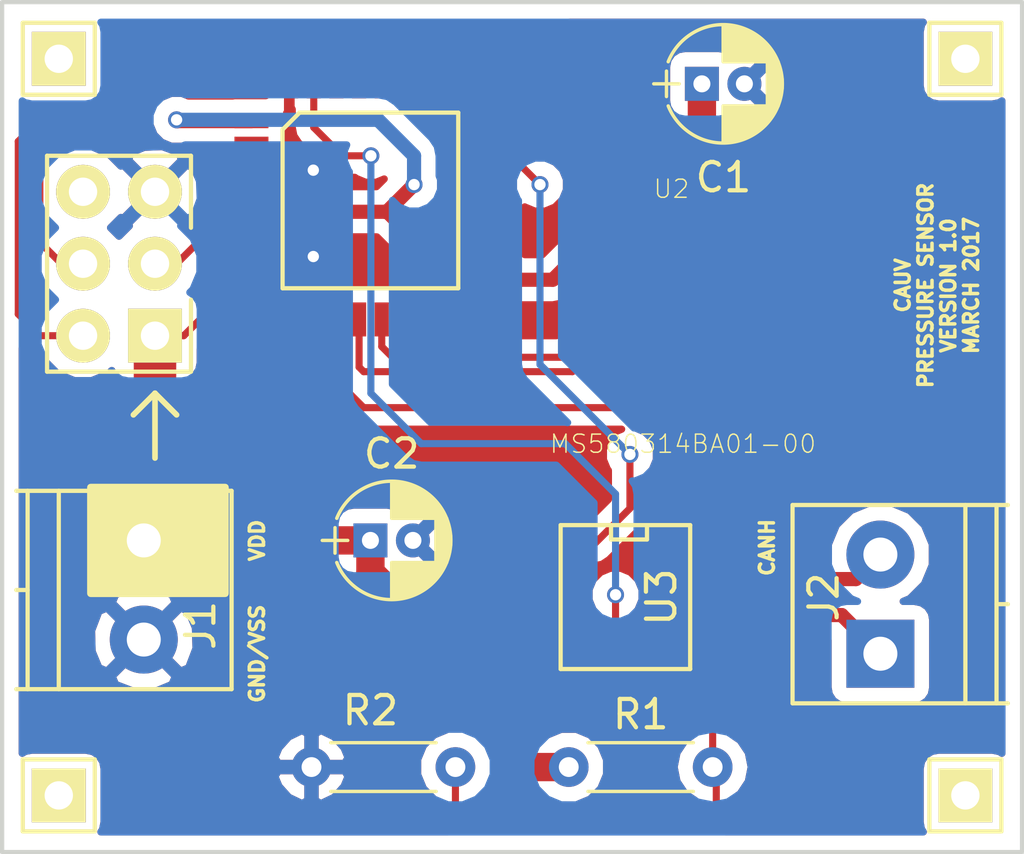
<source format=kicad_pcb>
(kicad_pcb (version 4) (host pcbnew 4.0.5)

  (general
    (links 32)
    (no_connects 0)
    (area 114.924999 84.924999 151.075001 115.075001)
    (thickness 1.6)
    (drawings 11)
    (tracks 132)
    (zones 0)
    (modules 14)
    (nets 38)
  )

  (page A4)
  (layers
    (0 F.Cu signal hide)
    (31 B.Cu signal hide)
    (32 B.Adhes user hide)
    (33 F.Adhes user hide)
    (34 B.Paste user hide)
    (35 F.Paste user hide)
    (36 B.SilkS user hide)
    (37 F.SilkS user)
    (38 B.Mask user hide)
    (39 F.Mask user hide)
    (40 Dwgs.User user hide)
    (41 Cmts.User user hide)
    (42 Eco1.User user hide)
    (43 Eco2.User user hide)
    (44 Edge.Cuts user)
    (45 Margin user hide)
    (46 B.CrtYd user hide)
    (47 F.CrtYd user)
    (48 B.Fab user hide)
    (49 F.Fab user hide)
  )

  (setup
    (last_trace_width 1.5)
    (user_trace_width 0.25)
    (user_trace_width 0.5)
    (user_trace_width 1)
    (user_trace_width 1.5)
    (trace_clearance 0.2)
    (zone_clearance 0.508)
    (zone_45_only no)
    (trace_min 0.2)
    (segment_width 0.2)
    (edge_width 0.15)
    (via_size 0.6)
    (via_drill 0.4)
    (via_min_size 0.4)
    (via_min_drill 0.3)
    (uvia_size 0.3)
    (uvia_drill 0.1)
    (uvias_allowed no)
    (uvia_min_size 0.2)
    (uvia_min_drill 0.1)
    (pcb_text_width 0.3)
    (pcb_text_size 1.5 1.5)
    (mod_edge_width 0.15)
    (mod_text_size 1 1)
    (mod_text_width 0.15)
    (pad_size 1.524 1.524)
    (pad_drill 0.762)
    (pad_to_mask_clearance 0.2)
    (aux_axis_origin 0 0)
    (visible_elements FFFFFF7F)
    (pcbplotparams
      (layerselection 0x00030_80000001)
      (usegerberextensions false)
      (excludeedgelayer true)
      (linewidth 0.100000)
      (plotframeref false)
      (viasonmask false)
      (mode 1)
      (useauxorigin false)
      (hpglpennumber 1)
      (hpglpenspeed 20)
      (hpglpendiameter 15)
      (hpglpenoverlay 2)
      (psnegative false)
      (psa4output false)
      (plotreference true)
      (plotvalue true)
      (plotinvisibletext false)
      (padsonsilk false)
      (subtractmaskfromsilk false)
      (outputformat 1)
      (mirror false)
      (drillshape 1)
      (scaleselection 1)
      (outputdirectory ""))
  )

  (net 0 "")
  (net 1 "Net-(U1-Pad2)")
  (net 2 "Net-(U1-Pad3)")
  (net 3 "Net-(U1-Pad6)")
  (net 4 "Net-(U1-Pad7)")
  (net 5 "Net-(U1-Pad8)")
  (net 6 "Net-(U1-Pad9)")
  (net 7 "Net-(U1-Pad10)")
  (net 8 "Net-(U1-Pad14)")
  (net 9 "Net-(U1-Pad15)")
  (net 10 "Net-(U1-Pad18)")
  (net 11 "Net-(U1-Pad19)")
  (net 12 "Net-(U1-Pad20)")
  (net 13 "Net-(U1-Pad21)")
  (net 14 "Net-(U1-Pad25)")
  (net 15 "Net-(U1-Pad26)")
  (net 16 "Net-(U1-Pad27)")
  (net 17 "Net-(U1-Pad28)")
  (net 18 "Net-(U1-Pad29)")
  (net 19 "Net-(U1-Pad30)")
  (net 20 /VDD)
  (net 21 /VSS)
  (net 22 /CANH)
  (net 23 /CANL)
  (net 24 /SWDIO)
  (net 25 /NRST)
  (net 26 /SWDCLK)
  (net 27 "Net-(P1-Pad6)")
  (net 28 "Net-(R1-Pad2)")
  (net 29 /SPI_SCLK)
  (net 30 /SPI_MISO)
  (net 31 /SPI_MOSI)
  (net 32 /CANTXD)
  (net 33 /CANRXD)
  (net 34 "Net-(J3-Pad1)")
  (net 35 "Net-(J4-Pad1)")
  (net 36 "Net-(J5-Pad1)")
  (net 37 "Net-(J6-Pad1)")

  (net_class Default "This is the default net class."
    (clearance 0.2)
    (trace_width 0.25)
    (via_dia 0.6)
    (via_drill 0.4)
    (uvia_dia 0.3)
    (uvia_drill 0.1)
    (add_net /CANH)
    (add_net /CANL)
    (add_net /CANRXD)
    (add_net /CANTXD)
    (add_net /NRST)
    (add_net /SPI_MISO)
    (add_net /SPI_MOSI)
    (add_net /SPI_SCLK)
    (add_net /SWDCLK)
    (add_net /SWDIO)
    (add_net /VDD)
    (add_net /VSS)
    (add_net "Net-(J3-Pad1)")
    (add_net "Net-(J4-Pad1)")
    (add_net "Net-(J5-Pad1)")
    (add_net "Net-(J6-Pad1)")
    (add_net "Net-(P1-Pad6)")
    (add_net "Net-(R1-Pad2)")
    (add_net "Net-(U1-Pad10)")
    (add_net "Net-(U1-Pad14)")
    (add_net "Net-(U1-Pad15)")
    (add_net "Net-(U1-Pad18)")
    (add_net "Net-(U1-Pad19)")
    (add_net "Net-(U1-Pad2)")
    (add_net "Net-(U1-Pad20)")
    (add_net "Net-(U1-Pad21)")
    (add_net "Net-(U1-Pad25)")
    (add_net "Net-(U1-Pad26)")
    (add_net "Net-(U1-Pad27)")
    (add_net "Net-(U1-Pad28)")
    (add_net "Net-(U1-Pad29)")
    (add_net "Net-(U1-Pad3)")
    (add_net "Net-(U1-Pad30)")
    (add_net "Net-(U1-Pad6)")
    (add_net "Net-(U1-Pad7)")
    (add_net "Net-(U1-Pad8)")
    (add_net "Net-(U1-Pad9)")
  )

  (module footprints:SWD_CONN (layer F.Cu) (tedit 58D4F806) (tstamp 58D4F887)
    (at 119.126 94.234 90)
    (path /58D2B464)
    (fp_text reference P1 (at -4.806 -0.906 180) (layer F.Fab)
      (effects (font (size 1 1) (thickness 0.15)))
    )
    (fp_text value SWD_TC (at 0 3.49 90) (layer F.Fab)
      (effects (font (size 1 1) (thickness 0.15)))
    )
    (fp_line (start -3.81 -2.54) (end 3.81 -2.54) (layer F.Fab) (width 0.01))
    (fp_line (start 3.81 -2.54) (end 3.81 2.54) (layer F.Fab) (width 0.01))
    (fp_line (start 3.81 2.54) (end -3.81 2.54) (layer F.Fab) (width 0.01))
    (fp_line (start -3.81 2.54) (end -3.81 -2.54) (layer F.Fab) (width 0.01))
    (fp_line (start -3.81 -2.54) (end 3.81 -2.54) (layer F.SilkS) (width 0.15))
    (fp_line (start 3.81 -2.54) (end 3.81 2.54) (layer F.SilkS) (width 0.15))
    (fp_line (start 3.81 2.54) (end 1.27 2.54) (layer F.SilkS) (width 0.15))
    (fp_line (start -1.27 2.54) (end -3.81 2.54) (layer F.SilkS) (width 0.15))
    (fp_line (start -3.81 2.54) (end -3.81 -2.54) (layer F.SilkS) (width 0.15))
    (fp_line (start -4.1 -2.8) (end 4.1 -2.8) (layer F.CrtYd) (width 0.01))
    (fp_line (start 4.1 -2.8) (end 4.1 2.8) (layer F.CrtYd) (width 0.01))
    (fp_line (start 4.1 2.8) (end -4.1 2.8) (layer F.CrtYd) (width 0.01))
    (fp_line (start -4.1 2.8) (end -4.1 -2.8) (layer F.CrtYd) (width 0.01))
    (pad 1 thru_hole rect (at -2.54 1.27 90) (size 1.9 1.9) (drill 1) (layers *.Cu *.Mask F.SilkS)
      (net 20 /VDD))
    (pad 2 thru_hole circle (at -2.54 -1.27 90) (size 1.9 1.9) (drill 1) (layers *.Cu *.Mask F.SilkS)
      (net 24 /SWDIO))
    (pad 3 thru_hole circle (at 0 1.27 90) (size 1.9 1.9) (drill 1) (layers *.Cu *.Mask F.SilkS)
      (net 25 /NRST))
    (pad 4 thru_hole circle (at 0 -1.27 90) (size 1.9 1.9) (drill 1) (layers *.Cu *.Mask F.SilkS)
      (net 26 /SWDCLK))
    (pad 5 thru_hole circle (at 2.54 1.27 90) (size 1.9 1.9) (drill 1) (layers *.Cu *.Mask F.SilkS)
      (net 21 /VSS))
    (pad 6 thru_hole circle (at 2.54 -1.27 90) (size 1.9 1.9) (drill 1) (layers *.Cu *.Mask F.SilkS)
      (net 27 "Net-(P1-Pad6)"))
    (model ${KISYS3DMOD}/Pin_Headers.3dshapes/Pin_Header_Straight_2x03.wrl
      (at (xyz 0 0 0))
      (scale (xyz 1 1 1))
      (rotate (xyz 0 0 0))
    )
  )

  (module Capacitors_THT:CP_Radial_D4.0mm_P1.50mm (layer F.Cu) (tedit 58D402B6) (tstamp 58D2C01D)
    (at 139.7 87.884)
    (descr "CP, Radial series, Radial, pin pitch=1.50mm, , diameter=4mm, Electrolytic Capacitor")
    (tags "CP Radial series Radial pin pitch 1.50mm  diameter 4mm Electrolytic Capacitor")
    (path /58D2C56A)
    (fp_text reference C1 (at 0.762 3.302) (layer F.SilkS)
      (effects (font (size 1 1) (thickness 0.15)))
    )
    (fp_text value 100uF (at 4 0 90) (layer F.Fab)
      (effects (font (size 1 1) (thickness 0.15)))
    )
    (fp_arc (start 0.75 0) (end -1.188995 -0.78) (angle 136.2) (layer F.SilkS) (width 0.12))
    (fp_arc (start 0.75 0) (end -1.188995 0.78) (angle -136.2) (layer F.SilkS) (width 0.12))
    (fp_arc (start 0.75 0) (end 2.688995 -0.78) (angle 43.8) (layer F.SilkS) (width 0.12))
    (fp_circle (center 0.75 0) (end 2.75 0) (layer F.Fab) (width 0.1))
    (fp_line (start -1.7 0) (end -0.8 0) (layer F.Fab) (width 0.1))
    (fp_line (start -1.25 -0.45) (end -1.25 0.45) (layer F.Fab) (width 0.1))
    (fp_line (start 0.75 0.78) (end 0.75 2.05) (layer F.SilkS) (width 0.12))
    (fp_line (start 0.75 -2.05) (end 0.75 -0.78) (layer F.SilkS) (width 0.12))
    (fp_line (start 0.79 -2.05) (end 0.79 -0.78) (layer F.SilkS) (width 0.12))
    (fp_line (start 0.79 0.78) (end 0.79 2.05) (layer F.SilkS) (width 0.12))
    (fp_line (start 0.83 -2.049) (end 0.83 -0.78) (layer F.SilkS) (width 0.12))
    (fp_line (start 0.83 0.78) (end 0.83 2.049) (layer F.SilkS) (width 0.12))
    (fp_line (start 0.87 -2.047) (end 0.87 -0.78) (layer F.SilkS) (width 0.12))
    (fp_line (start 0.87 0.78) (end 0.87 2.047) (layer F.SilkS) (width 0.12))
    (fp_line (start 0.91 -2.044) (end 0.91 -0.78) (layer F.SilkS) (width 0.12))
    (fp_line (start 0.91 0.78) (end 0.91 2.044) (layer F.SilkS) (width 0.12))
    (fp_line (start 0.95 -2.041) (end 0.95 -0.78) (layer F.SilkS) (width 0.12))
    (fp_line (start 0.95 0.78) (end 0.95 2.041) (layer F.SilkS) (width 0.12))
    (fp_line (start 0.99 -2.037) (end 0.99 -0.78) (layer F.SilkS) (width 0.12))
    (fp_line (start 0.99 0.78) (end 0.99 2.037) (layer F.SilkS) (width 0.12))
    (fp_line (start 1.03 -2.032) (end 1.03 -0.78) (layer F.SilkS) (width 0.12))
    (fp_line (start 1.03 0.78) (end 1.03 2.032) (layer F.SilkS) (width 0.12))
    (fp_line (start 1.07 -2.026) (end 1.07 -0.78) (layer F.SilkS) (width 0.12))
    (fp_line (start 1.07 0.78) (end 1.07 2.026) (layer F.SilkS) (width 0.12))
    (fp_line (start 1.11 -2.019) (end 1.11 -0.78) (layer F.SilkS) (width 0.12))
    (fp_line (start 1.11 0.78) (end 1.11 2.019) (layer F.SilkS) (width 0.12))
    (fp_line (start 1.15 -2.012) (end 1.15 -0.78) (layer F.SilkS) (width 0.12))
    (fp_line (start 1.15 0.78) (end 1.15 2.012) (layer F.SilkS) (width 0.12))
    (fp_line (start 1.19 -2.004) (end 1.19 -0.78) (layer F.SilkS) (width 0.12))
    (fp_line (start 1.19 0.78) (end 1.19 2.004) (layer F.SilkS) (width 0.12))
    (fp_line (start 1.23 -1.995) (end 1.23 -0.78) (layer F.SilkS) (width 0.12))
    (fp_line (start 1.23 0.78) (end 1.23 1.995) (layer F.SilkS) (width 0.12))
    (fp_line (start 1.27 -1.985) (end 1.27 -0.78) (layer F.SilkS) (width 0.12))
    (fp_line (start 1.27 0.78) (end 1.27 1.985) (layer F.SilkS) (width 0.12))
    (fp_line (start 1.31 -1.974) (end 1.31 -0.78) (layer F.SilkS) (width 0.12))
    (fp_line (start 1.31 0.78) (end 1.31 1.974) (layer F.SilkS) (width 0.12))
    (fp_line (start 1.35 -1.963) (end 1.35 -0.78) (layer F.SilkS) (width 0.12))
    (fp_line (start 1.35 0.78) (end 1.35 1.963) (layer F.SilkS) (width 0.12))
    (fp_line (start 1.39 -1.95) (end 1.39 -0.78) (layer F.SilkS) (width 0.12))
    (fp_line (start 1.39 0.78) (end 1.39 1.95) (layer F.SilkS) (width 0.12))
    (fp_line (start 1.43 -1.937) (end 1.43 -0.78) (layer F.SilkS) (width 0.12))
    (fp_line (start 1.43 0.78) (end 1.43 1.937) (layer F.SilkS) (width 0.12))
    (fp_line (start 1.471 -1.923) (end 1.471 -0.78) (layer F.SilkS) (width 0.12))
    (fp_line (start 1.471 0.78) (end 1.471 1.923) (layer F.SilkS) (width 0.12))
    (fp_line (start 1.511 -1.907) (end 1.511 -0.78) (layer F.SilkS) (width 0.12))
    (fp_line (start 1.511 0.78) (end 1.511 1.907) (layer F.SilkS) (width 0.12))
    (fp_line (start 1.551 -1.891) (end 1.551 -0.78) (layer F.SilkS) (width 0.12))
    (fp_line (start 1.551 0.78) (end 1.551 1.891) (layer F.SilkS) (width 0.12))
    (fp_line (start 1.591 -1.874) (end 1.591 -0.78) (layer F.SilkS) (width 0.12))
    (fp_line (start 1.591 0.78) (end 1.591 1.874) (layer F.SilkS) (width 0.12))
    (fp_line (start 1.631 -1.856) (end 1.631 -0.78) (layer F.SilkS) (width 0.12))
    (fp_line (start 1.631 0.78) (end 1.631 1.856) (layer F.SilkS) (width 0.12))
    (fp_line (start 1.671 -1.837) (end 1.671 -0.78) (layer F.SilkS) (width 0.12))
    (fp_line (start 1.671 0.78) (end 1.671 1.837) (layer F.SilkS) (width 0.12))
    (fp_line (start 1.711 -1.817) (end 1.711 -0.78) (layer F.SilkS) (width 0.12))
    (fp_line (start 1.711 0.78) (end 1.711 1.817) (layer F.SilkS) (width 0.12))
    (fp_line (start 1.751 -1.796) (end 1.751 -0.78) (layer F.SilkS) (width 0.12))
    (fp_line (start 1.751 0.78) (end 1.751 1.796) (layer F.SilkS) (width 0.12))
    (fp_line (start 1.791 -1.773) (end 1.791 -0.78) (layer F.SilkS) (width 0.12))
    (fp_line (start 1.791 0.78) (end 1.791 1.773) (layer F.SilkS) (width 0.12))
    (fp_line (start 1.831 -1.75) (end 1.831 -0.78) (layer F.SilkS) (width 0.12))
    (fp_line (start 1.831 0.78) (end 1.831 1.75) (layer F.SilkS) (width 0.12))
    (fp_line (start 1.871 -1.725) (end 1.871 -0.78) (layer F.SilkS) (width 0.12))
    (fp_line (start 1.871 0.78) (end 1.871 1.725) (layer F.SilkS) (width 0.12))
    (fp_line (start 1.911 -1.699) (end 1.911 -0.78) (layer F.SilkS) (width 0.12))
    (fp_line (start 1.911 0.78) (end 1.911 1.699) (layer F.SilkS) (width 0.12))
    (fp_line (start 1.951 -1.672) (end 1.951 -0.78) (layer F.SilkS) (width 0.12))
    (fp_line (start 1.951 0.78) (end 1.951 1.672) (layer F.SilkS) (width 0.12))
    (fp_line (start 1.991 -1.643) (end 1.991 -0.78) (layer F.SilkS) (width 0.12))
    (fp_line (start 1.991 0.78) (end 1.991 1.643) (layer F.SilkS) (width 0.12))
    (fp_line (start 2.031 -1.613) (end 2.031 -0.78) (layer F.SilkS) (width 0.12))
    (fp_line (start 2.031 0.78) (end 2.031 1.613) (layer F.SilkS) (width 0.12))
    (fp_line (start 2.071 -1.581) (end 2.071 -0.78) (layer F.SilkS) (width 0.12))
    (fp_line (start 2.071 0.78) (end 2.071 1.581) (layer F.SilkS) (width 0.12))
    (fp_line (start 2.111 -1.547) (end 2.111 -0.78) (layer F.SilkS) (width 0.12))
    (fp_line (start 2.111 0.78) (end 2.111 1.547) (layer F.SilkS) (width 0.12))
    (fp_line (start 2.151 -1.512) (end 2.151 -0.78) (layer F.SilkS) (width 0.12))
    (fp_line (start 2.151 0.78) (end 2.151 1.512) (layer F.SilkS) (width 0.12))
    (fp_line (start 2.191 -1.475) (end 2.191 -0.78) (layer F.SilkS) (width 0.12))
    (fp_line (start 2.191 0.78) (end 2.191 1.475) (layer F.SilkS) (width 0.12))
    (fp_line (start 2.231 -1.436) (end 2.231 -0.78) (layer F.SilkS) (width 0.12))
    (fp_line (start 2.231 0.78) (end 2.231 1.436) (layer F.SilkS) (width 0.12))
    (fp_line (start 2.271 -1.395) (end 2.271 -0.78) (layer F.SilkS) (width 0.12))
    (fp_line (start 2.271 0.78) (end 2.271 1.395) (layer F.SilkS) (width 0.12))
    (fp_line (start 2.311 -1.351) (end 2.311 1.351) (layer F.SilkS) (width 0.12))
    (fp_line (start 2.351 -1.305) (end 2.351 1.305) (layer F.SilkS) (width 0.12))
    (fp_line (start 2.391 -1.256) (end 2.391 1.256) (layer F.SilkS) (width 0.12))
    (fp_line (start 2.431 -1.204) (end 2.431 1.204) (layer F.SilkS) (width 0.12))
    (fp_line (start 2.471 -1.148) (end 2.471 1.148) (layer F.SilkS) (width 0.12))
    (fp_line (start 2.511 -1.088) (end 2.511 1.088) (layer F.SilkS) (width 0.12))
    (fp_line (start 2.551 -1.023) (end 2.551 1.023) (layer F.SilkS) (width 0.12))
    (fp_line (start 2.591 -0.952) (end 2.591 0.952) (layer F.SilkS) (width 0.12))
    (fp_line (start 2.631 -0.874) (end 2.631 0.874) (layer F.SilkS) (width 0.12))
    (fp_line (start 2.671 -0.786) (end 2.671 0.786) (layer F.SilkS) (width 0.12))
    (fp_line (start 2.711 -0.686) (end 2.711 0.686) (layer F.SilkS) (width 0.12))
    (fp_line (start 2.751 -0.567) (end 2.751 0.567) (layer F.SilkS) (width 0.12))
    (fp_line (start 2.791 -0.415) (end 2.791 0.415) (layer F.SilkS) (width 0.12))
    (fp_line (start 2.831 -0.165) (end 2.831 0.165) (layer F.SilkS) (width 0.12))
    (fp_line (start -1.7 0) (end -0.8 0) (layer F.SilkS) (width 0.12))
    (fp_line (start -1.25 -0.45) (end -1.25 0.45) (layer F.SilkS) (width 0.12))
    (fp_line (start -1.6 -2.35) (end -1.6 2.35) (layer F.CrtYd) (width 0.05))
    (fp_line (start -1.6 2.35) (end 3.1 2.35) (layer F.CrtYd) (width 0.05))
    (fp_line (start 3.1 2.35) (end 3.1 -2.35) (layer F.CrtYd) (width 0.05))
    (fp_line (start 3.1 -2.35) (end -1.6 -2.35) (layer F.CrtYd) (width 0.05))
    (pad 1 thru_hole rect (at 0 0) (size 1.2 1.2) (drill 0.6) (layers *.Cu *.Mask)
      (net 20 /VDD))
    (pad 2 thru_hole circle (at 1.5 0) (size 1.2 1.2) (drill 0.6) (layers *.Cu *.Mask)
      (net 21 /VSS))
    (model Capacitors_THT.3dshapes/CP_Radial_D4.0mm_P1.50mm.wrl
      (at (xyz 0 0 0))
      (scale (xyz 0.393701 0.393701 0.393701))
      (rotate (xyz 0 0 0))
    )
  )

  (module Capacitors_THT:CP_Radial_D4.0mm_P1.50mm (layer F.Cu) (tedit 58765D06) (tstamp 58D2C023)
    (at 128 104)
    (descr "CP, Radial series, Radial, pin pitch=1.50mm, , diameter=4mm, Electrolytic Capacitor")
    (tags "CP Radial series Radial pin pitch 1.50mm  diameter 4mm Electrolytic Capacitor")
    (path /58D2C828)
    (fp_text reference C2 (at 0.75 -3.06) (layer F.SilkS)
      (effects (font (size 1 1) (thickness 0.15)))
    )
    (fp_text value 1uF (at 0.75 3.06) (layer F.Fab)
      (effects (font (size 1 1) (thickness 0.15)))
    )
    (fp_arc (start 0.75 0) (end -1.188995 -0.78) (angle 136.2) (layer F.SilkS) (width 0.12))
    (fp_arc (start 0.75 0) (end -1.188995 0.78) (angle -136.2) (layer F.SilkS) (width 0.12))
    (fp_arc (start 0.75 0) (end 2.688995 -0.78) (angle 43.8) (layer F.SilkS) (width 0.12))
    (fp_circle (center 0.75 0) (end 2.75 0) (layer F.Fab) (width 0.1))
    (fp_line (start -1.7 0) (end -0.8 0) (layer F.Fab) (width 0.1))
    (fp_line (start -1.25 -0.45) (end -1.25 0.45) (layer F.Fab) (width 0.1))
    (fp_line (start 0.75 0.78) (end 0.75 2.05) (layer F.SilkS) (width 0.12))
    (fp_line (start 0.75 -2.05) (end 0.75 -0.78) (layer F.SilkS) (width 0.12))
    (fp_line (start 0.79 -2.05) (end 0.79 -0.78) (layer F.SilkS) (width 0.12))
    (fp_line (start 0.79 0.78) (end 0.79 2.05) (layer F.SilkS) (width 0.12))
    (fp_line (start 0.83 -2.049) (end 0.83 -0.78) (layer F.SilkS) (width 0.12))
    (fp_line (start 0.83 0.78) (end 0.83 2.049) (layer F.SilkS) (width 0.12))
    (fp_line (start 0.87 -2.047) (end 0.87 -0.78) (layer F.SilkS) (width 0.12))
    (fp_line (start 0.87 0.78) (end 0.87 2.047) (layer F.SilkS) (width 0.12))
    (fp_line (start 0.91 -2.044) (end 0.91 -0.78) (layer F.SilkS) (width 0.12))
    (fp_line (start 0.91 0.78) (end 0.91 2.044) (layer F.SilkS) (width 0.12))
    (fp_line (start 0.95 -2.041) (end 0.95 -0.78) (layer F.SilkS) (width 0.12))
    (fp_line (start 0.95 0.78) (end 0.95 2.041) (layer F.SilkS) (width 0.12))
    (fp_line (start 0.99 -2.037) (end 0.99 -0.78) (layer F.SilkS) (width 0.12))
    (fp_line (start 0.99 0.78) (end 0.99 2.037) (layer F.SilkS) (width 0.12))
    (fp_line (start 1.03 -2.032) (end 1.03 -0.78) (layer F.SilkS) (width 0.12))
    (fp_line (start 1.03 0.78) (end 1.03 2.032) (layer F.SilkS) (width 0.12))
    (fp_line (start 1.07 -2.026) (end 1.07 -0.78) (layer F.SilkS) (width 0.12))
    (fp_line (start 1.07 0.78) (end 1.07 2.026) (layer F.SilkS) (width 0.12))
    (fp_line (start 1.11 -2.019) (end 1.11 -0.78) (layer F.SilkS) (width 0.12))
    (fp_line (start 1.11 0.78) (end 1.11 2.019) (layer F.SilkS) (width 0.12))
    (fp_line (start 1.15 -2.012) (end 1.15 -0.78) (layer F.SilkS) (width 0.12))
    (fp_line (start 1.15 0.78) (end 1.15 2.012) (layer F.SilkS) (width 0.12))
    (fp_line (start 1.19 -2.004) (end 1.19 -0.78) (layer F.SilkS) (width 0.12))
    (fp_line (start 1.19 0.78) (end 1.19 2.004) (layer F.SilkS) (width 0.12))
    (fp_line (start 1.23 -1.995) (end 1.23 -0.78) (layer F.SilkS) (width 0.12))
    (fp_line (start 1.23 0.78) (end 1.23 1.995) (layer F.SilkS) (width 0.12))
    (fp_line (start 1.27 -1.985) (end 1.27 -0.78) (layer F.SilkS) (width 0.12))
    (fp_line (start 1.27 0.78) (end 1.27 1.985) (layer F.SilkS) (width 0.12))
    (fp_line (start 1.31 -1.974) (end 1.31 -0.78) (layer F.SilkS) (width 0.12))
    (fp_line (start 1.31 0.78) (end 1.31 1.974) (layer F.SilkS) (width 0.12))
    (fp_line (start 1.35 -1.963) (end 1.35 -0.78) (layer F.SilkS) (width 0.12))
    (fp_line (start 1.35 0.78) (end 1.35 1.963) (layer F.SilkS) (width 0.12))
    (fp_line (start 1.39 -1.95) (end 1.39 -0.78) (layer F.SilkS) (width 0.12))
    (fp_line (start 1.39 0.78) (end 1.39 1.95) (layer F.SilkS) (width 0.12))
    (fp_line (start 1.43 -1.937) (end 1.43 -0.78) (layer F.SilkS) (width 0.12))
    (fp_line (start 1.43 0.78) (end 1.43 1.937) (layer F.SilkS) (width 0.12))
    (fp_line (start 1.471 -1.923) (end 1.471 -0.78) (layer F.SilkS) (width 0.12))
    (fp_line (start 1.471 0.78) (end 1.471 1.923) (layer F.SilkS) (width 0.12))
    (fp_line (start 1.511 -1.907) (end 1.511 -0.78) (layer F.SilkS) (width 0.12))
    (fp_line (start 1.511 0.78) (end 1.511 1.907) (layer F.SilkS) (width 0.12))
    (fp_line (start 1.551 -1.891) (end 1.551 -0.78) (layer F.SilkS) (width 0.12))
    (fp_line (start 1.551 0.78) (end 1.551 1.891) (layer F.SilkS) (width 0.12))
    (fp_line (start 1.591 -1.874) (end 1.591 -0.78) (layer F.SilkS) (width 0.12))
    (fp_line (start 1.591 0.78) (end 1.591 1.874) (layer F.SilkS) (width 0.12))
    (fp_line (start 1.631 -1.856) (end 1.631 -0.78) (layer F.SilkS) (width 0.12))
    (fp_line (start 1.631 0.78) (end 1.631 1.856) (layer F.SilkS) (width 0.12))
    (fp_line (start 1.671 -1.837) (end 1.671 -0.78) (layer F.SilkS) (width 0.12))
    (fp_line (start 1.671 0.78) (end 1.671 1.837) (layer F.SilkS) (width 0.12))
    (fp_line (start 1.711 -1.817) (end 1.711 -0.78) (layer F.SilkS) (width 0.12))
    (fp_line (start 1.711 0.78) (end 1.711 1.817) (layer F.SilkS) (width 0.12))
    (fp_line (start 1.751 -1.796) (end 1.751 -0.78) (layer F.SilkS) (width 0.12))
    (fp_line (start 1.751 0.78) (end 1.751 1.796) (layer F.SilkS) (width 0.12))
    (fp_line (start 1.791 -1.773) (end 1.791 -0.78) (layer F.SilkS) (width 0.12))
    (fp_line (start 1.791 0.78) (end 1.791 1.773) (layer F.SilkS) (width 0.12))
    (fp_line (start 1.831 -1.75) (end 1.831 -0.78) (layer F.SilkS) (width 0.12))
    (fp_line (start 1.831 0.78) (end 1.831 1.75) (layer F.SilkS) (width 0.12))
    (fp_line (start 1.871 -1.725) (end 1.871 -0.78) (layer F.SilkS) (width 0.12))
    (fp_line (start 1.871 0.78) (end 1.871 1.725) (layer F.SilkS) (width 0.12))
    (fp_line (start 1.911 -1.699) (end 1.911 -0.78) (layer F.SilkS) (width 0.12))
    (fp_line (start 1.911 0.78) (end 1.911 1.699) (layer F.SilkS) (width 0.12))
    (fp_line (start 1.951 -1.672) (end 1.951 -0.78) (layer F.SilkS) (width 0.12))
    (fp_line (start 1.951 0.78) (end 1.951 1.672) (layer F.SilkS) (width 0.12))
    (fp_line (start 1.991 -1.643) (end 1.991 -0.78) (layer F.SilkS) (width 0.12))
    (fp_line (start 1.991 0.78) (end 1.991 1.643) (layer F.SilkS) (width 0.12))
    (fp_line (start 2.031 -1.613) (end 2.031 -0.78) (layer F.SilkS) (width 0.12))
    (fp_line (start 2.031 0.78) (end 2.031 1.613) (layer F.SilkS) (width 0.12))
    (fp_line (start 2.071 -1.581) (end 2.071 -0.78) (layer F.SilkS) (width 0.12))
    (fp_line (start 2.071 0.78) (end 2.071 1.581) (layer F.SilkS) (width 0.12))
    (fp_line (start 2.111 -1.547) (end 2.111 -0.78) (layer F.SilkS) (width 0.12))
    (fp_line (start 2.111 0.78) (end 2.111 1.547) (layer F.SilkS) (width 0.12))
    (fp_line (start 2.151 -1.512) (end 2.151 -0.78) (layer F.SilkS) (width 0.12))
    (fp_line (start 2.151 0.78) (end 2.151 1.512) (layer F.SilkS) (width 0.12))
    (fp_line (start 2.191 -1.475) (end 2.191 -0.78) (layer F.SilkS) (width 0.12))
    (fp_line (start 2.191 0.78) (end 2.191 1.475) (layer F.SilkS) (width 0.12))
    (fp_line (start 2.231 -1.436) (end 2.231 -0.78) (layer F.SilkS) (width 0.12))
    (fp_line (start 2.231 0.78) (end 2.231 1.436) (layer F.SilkS) (width 0.12))
    (fp_line (start 2.271 -1.395) (end 2.271 -0.78) (layer F.SilkS) (width 0.12))
    (fp_line (start 2.271 0.78) (end 2.271 1.395) (layer F.SilkS) (width 0.12))
    (fp_line (start 2.311 -1.351) (end 2.311 1.351) (layer F.SilkS) (width 0.12))
    (fp_line (start 2.351 -1.305) (end 2.351 1.305) (layer F.SilkS) (width 0.12))
    (fp_line (start 2.391 -1.256) (end 2.391 1.256) (layer F.SilkS) (width 0.12))
    (fp_line (start 2.431 -1.204) (end 2.431 1.204) (layer F.SilkS) (width 0.12))
    (fp_line (start 2.471 -1.148) (end 2.471 1.148) (layer F.SilkS) (width 0.12))
    (fp_line (start 2.511 -1.088) (end 2.511 1.088) (layer F.SilkS) (width 0.12))
    (fp_line (start 2.551 -1.023) (end 2.551 1.023) (layer F.SilkS) (width 0.12))
    (fp_line (start 2.591 -0.952) (end 2.591 0.952) (layer F.SilkS) (width 0.12))
    (fp_line (start 2.631 -0.874) (end 2.631 0.874) (layer F.SilkS) (width 0.12))
    (fp_line (start 2.671 -0.786) (end 2.671 0.786) (layer F.SilkS) (width 0.12))
    (fp_line (start 2.711 -0.686) (end 2.711 0.686) (layer F.SilkS) (width 0.12))
    (fp_line (start 2.751 -0.567) (end 2.751 0.567) (layer F.SilkS) (width 0.12))
    (fp_line (start 2.791 -0.415) (end 2.791 0.415) (layer F.SilkS) (width 0.12))
    (fp_line (start 2.831 -0.165) (end 2.831 0.165) (layer F.SilkS) (width 0.12))
    (fp_line (start -1.7 0) (end -0.8 0) (layer F.SilkS) (width 0.12))
    (fp_line (start -1.25 -0.45) (end -1.25 0.45) (layer F.SilkS) (width 0.12))
    (fp_line (start -1.6 -2.35) (end -1.6 2.35) (layer F.CrtYd) (width 0.05))
    (fp_line (start -1.6 2.35) (end 3.1 2.35) (layer F.CrtYd) (width 0.05))
    (fp_line (start 3.1 2.35) (end 3.1 -2.35) (layer F.CrtYd) (width 0.05))
    (fp_line (start 3.1 -2.35) (end -1.6 -2.35) (layer F.CrtYd) (width 0.05))
    (pad 1 thru_hole rect (at 0 0) (size 1.2 1.2) (drill 0.6) (layers *.Cu *.Mask)
      (net 20 /VDD))
    (pad 2 thru_hole circle (at 1.5 0) (size 1.2 1.2) (drill 0.6) (layers *.Cu *.Mask)
      (net 21 /VSS))
    (model Capacitors_THT.3dshapes/CP_Radial_D4.0mm_P1.50mm.wrl
      (at (xyz 0 0 0))
      (scale (xyz 0.393701 0.393701 0.393701))
      (rotate (xyz 0 0 0))
    )
  )

  (module Connectors_Terminal_Blocks:TerminalBlock_Pheonix_PT-3.5mm_2pol (layer F.Cu) (tedit 58D400D8) (tstamp 58D2C029)
    (at 120 104 270)
    (descr "2-way 3.5mm pitch terminal block, Phoenix PT series")
    (path /58D2BC1A)
    (fp_text reference J1 (at 3 -2 270) (layer F.SilkS)
      (effects (font (size 1 1) (thickness 0.15)))
    )
    (fp_text value SCREW_TERM (at -3 0 360) (layer F.Fab)
      (effects (font (size 1 1) (thickness 0.15)))
    )
    (fp_line (start -1.9 -3.3) (end 5.4 -3.3) (layer F.CrtYd) (width 0.05))
    (fp_line (start -1.9 4.7) (end -1.9 -3.3) (layer F.CrtYd) (width 0.05))
    (fp_line (start 5.4 4.7) (end -1.9 4.7) (layer F.CrtYd) (width 0.05))
    (fp_line (start 5.4 -3.3) (end 5.4 4.7) (layer F.CrtYd) (width 0.05))
    (fp_line (start 1.75 4.1) (end 1.75 4.5) (layer F.SilkS) (width 0.15))
    (fp_line (start -1.75 3) (end 5.25 3) (layer F.SilkS) (width 0.15))
    (fp_line (start -1.75 4.1) (end 5.25 4.1) (layer F.SilkS) (width 0.15))
    (fp_line (start -1.75 -3.1) (end -1.75 4.5) (layer F.SilkS) (width 0.15))
    (fp_line (start 5.25 4.5) (end 5.25 -3.1) (layer F.SilkS) (width 0.15))
    (fp_line (start 5.25 -3.1) (end -1.75 -3.1) (layer F.SilkS) (width 0.15))
    (pad 2 thru_hole circle (at 3.5 0 270) (size 2.4 2.4) (drill 1.2) (layers *.Cu *.Mask)
      (net 21 /VSS))
    (pad 1 thru_hole rect (at 0 0 270) (size 2.4 2.4) (drill 1.2) (layers *.Cu *.Mask)
      (net 20 /VDD))
    (model Terminal_Blocks.3dshapes/TerminalBlock_Pheonix_PT-3.5mm_2pol.wrl
      (at (xyz 0 0 0))
      (scale (xyz 1 1 1))
      (rotate (xyz 0 0 0))
    )
  )

  (module Connectors_Terminal_Blocks:TerminalBlock_Pheonix_PT-3.5mm_2pol (layer F.Cu) (tedit 58D3FE69) (tstamp 58D2C02F)
    (at 146 108 90)
    (descr "2-way 3.5mm pitch terminal block, Phoenix PT series")
    (path /58D2F53A)
    (fp_text reference J2 (at 2 -2 90) (layer F.SilkS)
      (effects (font (size 1 1) (thickness 0.15)))
    )
    (fp_text value SCREW_TERM (at 6 0 180) (layer F.Fab)
      (effects (font (size 1 1) (thickness 0.15)))
    )
    (fp_line (start -1.9 -3.3) (end 5.4 -3.3) (layer F.CrtYd) (width 0.05))
    (fp_line (start -1.9 4.7) (end -1.9 -3.3) (layer F.CrtYd) (width 0.05))
    (fp_line (start 5.4 4.7) (end -1.9 4.7) (layer F.CrtYd) (width 0.05))
    (fp_line (start 5.4 -3.3) (end 5.4 4.7) (layer F.CrtYd) (width 0.05))
    (fp_line (start 1.75 4.1) (end 1.75 4.5) (layer F.SilkS) (width 0.15))
    (fp_line (start -1.75 3) (end 5.25 3) (layer F.SilkS) (width 0.15))
    (fp_line (start -1.75 4.1) (end 5.25 4.1) (layer F.SilkS) (width 0.15))
    (fp_line (start -1.75 -3.1) (end -1.75 4.5) (layer F.SilkS) (width 0.15))
    (fp_line (start 5.25 4.5) (end 5.25 -3.1) (layer F.SilkS) (width 0.15))
    (fp_line (start 5.25 -3.1) (end -1.75 -3.1) (layer F.SilkS) (width 0.15))
    (pad 2 thru_hole circle (at 3.5 0 90) (size 2.4 2.4) (drill 1.2) (layers *.Cu *.Mask)
      (net 22 /CANH))
    (pad 1 thru_hole rect (at 0 0 90) (size 2.4 2.4) (drill 1.2) (layers *.Cu *.Mask)
      (net 23 /CANL))
    (model Terminal_Blocks.3dshapes/TerminalBlock_Pheonix_PT-3.5mm_2pol.wrl
      (at (xyz 0 0 0))
      (scale (xyz 1 1 1))
      (rotate (xyz 0 0 0))
    )
  )

  (module Resistors_THT:R_Axial_DIN0204_L3.6mm_D1.6mm_P5.08mm_Horizontal (layer F.Cu) (tedit 5874F706) (tstamp 58D2C042)
    (at 135 112)
    (descr "Resistor, Axial_DIN0204 series, Axial, Horizontal, pin pitch=5.08mm, 0.16666666666666666W = 1/6W, length*diameter=3.6*1.6mm^2, http://cdn-reichelt.de/documents/datenblatt/B400/1_4W%23YAG.pdf")
    (tags "Resistor Axial_DIN0204 series Axial Horizontal pin pitch 5.08mm 0.16666666666666666W = 1/6W length 3.6mm diameter 1.6mm")
    (path /58D2C257)
    (fp_text reference R1 (at 2.54 -1.86) (layer F.SilkS)
      (effects (font (size 1 1) (thickness 0.15)))
    )
    (fp_text value 1M (at 2.54 1.86) (layer F.Fab)
      (effects (font (size 1 1) (thickness 0.15)))
    )
    (fp_line (start 0.74 -0.8) (end 0.74 0.8) (layer F.Fab) (width 0.1))
    (fp_line (start 0.74 0.8) (end 4.34 0.8) (layer F.Fab) (width 0.1))
    (fp_line (start 4.34 0.8) (end 4.34 -0.8) (layer F.Fab) (width 0.1))
    (fp_line (start 4.34 -0.8) (end 0.74 -0.8) (layer F.Fab) (width 0.1))
    (fp_line (start 0 0) (end 0.74 0) (layer F.Fab) (width 0.1))
    (fp_line (start 5.08 0) (end 4.34 0) (layer F.Fab) (width 0.1))
    (fp_line (start 0.68 -0.86) (end 4.4 -0.86) (layer F.SilkS) (width 0.12))
    (fp_line (start 0.68 0.86) (end 4.4 0.86) (layer F.SilkS) (width 0.12))
    (fp_line (start -0.95 -1.15) (end -0.95 1.15) (layer F.CrtYd) (width 0.05))
    (fp_line (start -0.95 1.15) (end 6.05 1.15) (layer F.CrtYd) (width 0.05))
    (fp_line (start 6.05 1.15) (end 6.05 -1.15) (layer F.CrtYd) (width 0.05))
    (fp_line (start 6.05 -1.15) (end -0.95 -1.15) (layer F.CrtYd) (width 0.05))
    (pad 1 thru_hole circle (at 0 0) (size 1.4 1.4) (drill 0.7) (layers *.Cu *.Mask)
      (net 20 /VDD))
    (pad 2 thru_hole oval (at 5.08 0) (size 1.4 1.4) (drill 0.7) (layers *.Cu *.Mask)
      (net 28 "Net-(R1-Pad2)"))
    (model Resistors_THT.3dshapes/R_Axial_DIN0204_L3.6mm_D1.6mm_P5.08mm_Horizontal.wrl
      (at (xyz 0 0 0))
      (scale (xyz 0.393701 0.393701 0.393701))
      (rotate (xyz 0 0 0))
    )
  )

  (module Resistors_THT:R_Axial_DIN0204_L3.6mm_D1.6mm_P5.08mm_Horizontal (layer F.Cu) (tedit 58D3FE71) (tstamp 58D2C048)
    (at 131 112 180)
    (descr "Resistor, Axial_DIN0204 series, Axial, Horizontal, pin pitch=5.08mm, 0.16666666666666666W = 1/6W, length*diameter=3.6*1.6mm^2, http://cdn-reichelt.de/documents/datenblatt/B400/1_4W%23YAG.pdf")
    (tags "Resistor Axial_DIN0204 series Axial Horizontal pin pitch 5.08mm 0.16666666666666666W = 1/6W length 3.6mm diameter 1.6mm")
    (path /58D2C35C)
    (fp_text reference R2 (at 3 2 180) (layer F.SilkS)
      (effects (font (size 1 1) (thickness 0.15)))
    )
    (fp_text value 1M (at 3 -2 180) (layer F.Fab)
      (effects (font (size 1 1) (thickness 0.15)))
    )
    (fp_line (start 0.74 -0.8) (end 0.74 0.8) (layer F.Fab) (width 0.1))
    (fp_line (start 0.74 0.8) (end 4.34 0.8) (layer F.Fab) (width 0.1))
    (fp_line (start 4.34 0.8) (end 4.34 -0.8) (layer F.Fab) (width 0.1))
    (fp_line (start 4.34 -0.8) (end 0.74 -0.8) (layer F.Fab) (width 0.1))
    (fp_line (start 0 0) (end 0.74 0) (layer F.Fab) (width 0.1))
    (fp_line (start 5.08 0) (end 4.34 0) (layer F.Fab) (width 0.1))
    (fp_line (start 0.68 -0.86) (end 4.4 -0.86) (layer F.SilkS) (width 0.12))
    (fp_line (start 0.68 0.86) (end 4.4 0.86) (layer F.SilkS) (width 0.12))
    (fp_line (start -0.95 -1.15) (end -0.95 1.15) (layer F.CrtYd) (width 0.05))
    (fp_line (start -0.95 1.15) (end 6.05 1.15) (layer F.CrtYd) (width 0.05))
    (fp_line (start 6.05 1.15) (end 6.05 -1.15) (layer F.CrtYd) (width 0.05))
    (fp_line (start 6.05 -1.15) (end -0.95 -1.15) (layer F.CrtYd) (width 0.05))
    (pad 1 thru_hole circle (at 0 0 180) (size 1.4 1.4) (drill 0.7) (layers *.Cu *.Mask)
      (net 28 "Net-(R1-Pad2)"))
    (pad 2 thru_hole oval (at 5.08 0 180) (size 1.4 1.4) (drill 0.7) (layers *.Cu *.Mask)
      (net 21 /VSS))
    (model Resistors_THT.3dshapes/R_Axial_DIN0204_L3.6mm_D1.6mm_P5.08mm_Horizontal.wrl
      (at (xyz 0 0 0))
      (scale (xyz 0.393701 0.393701 0.393701))
      (rotate (xyz 0 0 0))
    )
  )

  (module agg:LQFP-32 (layer F.Cu) (tedit 57719DA1) (tstamp 58D2C06C)
    (at 128 92)
    (path /58D2AA8B)
    (fp_text reference U1 (at 0 -5.75) (layer F.Fab)
      (effects (font (size 1 1) (thickness 0.15)))
    )
    (fp_text value STM32F042K4 (at 0 5.75) (layer F.Fab)
      (effects (font (size 1 1) (thickness 0.15)))
    )
    (fp_line (start -3.6 -3.6) (end 3.6 -3.6) (layer F.Fab) (width 0.01))
    (fp_line (start 3.6 -3.6) (end 3.6 3.6) (layer F.Fab) (width 0.01))
    (fp_line (start 3.6 3.6) (end -3.6 3.6) (layer F.Fab) (width 0.01))
    (fp_line (start -3.6 3.6) (end -3.6 -3.6) (layer F.Fab) (width 0.01))
    (fp_circle (center -2.8 -2.8) (end -2.8 -2.4) (layer F.Fab) (width 0.01))
    (fp_line (start -4.6 -3) (end -3.6 -3) (layer F.Fab) (width 0.01))
    (fp_line (start -3.6 -2.6) (end -4.6 -2.6) (layer F.Fab) (width 0.01))
    (fp_line (start -4.6 -2.6) (end -4.6 -3) (layer F.Fab) (width 0.01))
    (fp_line (start -4.6 -2.2) (end -3.6 -2.2) (layer F.Fab) (width 0.01))
    (fp_line (start -3.6 -1.8) (end -4.6 -1.8) (layer F.Fab) (width 0.01))
    (fp_line (start -4.6 -1.8) (end -4.6 -2.2) (layer F.Fab) (width 0.01))
    (fp_line (start -4.6 -1.4) (end -3.6 -1.4) (layer F.Fab) (width 0.01))
    (fp_line (start -3.6 -1) (end -4.6 -1) (layer F.Fab) (width 0.01))
    (fp_line (start -4.6 -1) (end -4.6 -1.4) (layer F.Fab) (width 0.01))
    (fp_line (start -4.6 -0.6) (end -3.6 -0.6) (layer F.Fab) (width 0.01))
    (fp_line (start -3.6 -0.2) (end -4.6 -0.2) (layer F.Fab) (width 0.01))
    (fp_line (start -4.6 -0.2) (end -4.6 -0.6) (layer F.Fab) (width 0.01))
    (fp_line (start -4.6 0.2) (end -3.6 0.2) (layer F.Fab) (width 0.01))
    (fp_line (start -3.6 0.6) (end -4.6 0.6) (layer F.Fab) (width 0.01))
    (fp_line (start -4.6 0.6) (end -4.6 0.2) (layer F.Fab) (width 0.01))
    (fp_line (start -4.6 1) (end -3.6 1) (layer F.Fab) (width 0.01))
    (fp_line (start -3.6 1.4) (end -4.6 1.4) (layer F.Fab) (width 0.01))
    (fp_line (start -4.6 1.4) (end -4.6 1) (layer F.Fab) (width 0.01))
    (fp_line (start -4.6 1.8) (end -3.6 1.8) (layer F.Fab) (width 0.01))
    (fp_line (start -3.6 2.2) (end -4.6 2.2) (layer F.Fab) (width 0.01))
    (fp_line (start -4.6 2.2) (end -4.6 1.8) (layer F.Fab) (width 0.01))
    (fp_line (start -4.6 2.6) (end -3.6 2.6) (layer F.Fab) (width 0.01))
    (fp_line (start -3.6 3) (end -4.6 3) (layer F.Fab) (width 0.01))
    (fp_line (start -4.6 3) (end -4.6 2.6) (layer F.Fab) (width 0.01))
    (fp_line (start 3.6 2.6) (end 4.6 2.6) (layer F.Fab) (width 0.01))
    (fp_line (start 4.6 2.6) (end 4.6 3) (layer F.Fab) (width 0.01))
    (fp_line (start 4.6 3) (end 3.6 3) (layer F.Fab) (width 0.01))
    (fp_line (start 3.6 1.8) (end 4.6 1.8) (layer F.Fab) (width 0.01))
    (fp_line (start 4.6 1.8) (end 4.6 2.2) (layer F.Fab) (width 0.01))
    (fp_line (start 4.6 2.2) (end 3.6 2.2) (layer F.Fab) (width 0.01))
    (fp_line (start 3.6 1) (end 4.6 1) (layer F.Fab) (width 0.01))
    (fp_line (start 4.6 1) (end 4.6 1.4) (layer F.Fab) (width 0.01))
    (fp_line (start 4.6 1.4) (end 3.6 1.4) (layer F.Fab) (width 0.01))
    (fp_line (start 3.6 0.2) (end 4.6 0.2) (layer F.Fab) (width 0.01))
    (fp_line (start 4.6 0.2) (end 4.6 0.6) (layer F.Fab) (width 0.01))
    (fp_line (start 4.6 0.6) (end 3.6 0.6) (layer F.Fab) (width 0.01))
    (fp_line (start 3.6 -0.6) (end 4.6 -0.6) (layer F.Fab) (width 0.01))
    (fp_line (start 4.6 -0.6) (end 4.6 -0.2) (layer F.Fab) (width 0.01))
    (fp_line (start 4.6 -0.2) (end 3.6 -0.2) (layer F.Fab) (width 0.01))
    (fp_line (start 3.6 -1.4) (end 4.6 -1.4) (layer F.Fab) (width 0.01))
    (fp_line (start 4.6 -1.4) (end 4.6 -1) (layer F.Fab) (width 0.01))
    (fp_line (start 4.6 -1) (end 3.6 -1) (layer F.Fab) (width 0.01))
    (fp_line (start 3.6 -2.2) (end 4.6 -2.2) (layer F.Fab) (width 0.01))
    (fp_line (start 4.6 -2.2) (end 4.6 -1.8) (layer F.Fab) (width 0.01))
    (fp_line (start 4.6 -1.8) (end 3.6 -1.8) (layer F.Fab) (width 0.01))
    (fp_line (start 3.6 -3) (end 4.6 -3) (layer F.Fab) (width 0.01))
    (fp_line (start 4.6 -3) (end 4.6 -2.6) (layer F.Fab) (width 0.01))
    (fp_line (start 4.6 -2.6) (end 3.6 -2.6) (layer F.Fab) (width 0.01))
    (fp_line (start 2.6 -4.6) (end 3 -4.6) (layer F.Fab) (width 0.01))
    (fp_line (start 3 -4.6) (end 3 -3.6) (layer F.Fab) (width 0.01))
    (fp_line (start 2.6 -3.6) (end 2.6 -4.6) (layer F.Fab) (width 0.01))
    (fp_line (start 1.8 -4.6) (end 2.2 -4.6) (layer F.Fab) (width 0.01))
    (fp_line (start 2.2 -4.6) (end 2.2 -3.6) (layer F.Fab) (width 0.01))
    (fp_line (start 1.8 -3.6) (end 1.8 -4.6) (layer F.Fab) (width 0.01))
    (fp_line (start 1 -4.6) (end 1.4 -4.6) (layer F.Fab) (width 0.01))
    (fp_line (start 1.4 -4.6) (end 1.4 -3.6) (layer F.Fab) (width 0.01))
    (fp_line (start 1 -3.6) (end 1 -4.6) (layer F.Fab) (width 0.01))
    (fp_line (start 0.2 -4.6) (end 0.6 -4.6) (layer F.Fab) (width 0.01))
    (fp_line (start 0.6 -4.6) (end 0.6 -3.6) (layer F.Fab) (width 0.01))
    (fp_line (start 0.2 -3.6) (end 0.2 -4.6) (layer F.Fab) (width 0.01))
    (fp_line (start -0.6 -4.6) (end -0.2 -4.6) (layer F.Fab) (width 0.01))
    (fp_line (start -0.2 -4.6) (end -0.2 -3.6) (layer F.Fab) (width 0.01))
    (fp_line (start -0.6 -3.6) (end -0.6 -4.6) (layer F.Fab) (width 0.01))
    (fp_line (start -1.4 -4.6) (end -1 -4.6) (layer F.Fab) (width 0.01))
    (fp_line (start -1 -4.6) (end -1 -3.6) (layer F.Fab) (width 0.01))
    (fp_line (start -1.4 -3.6) (end -1.4 -4.6) (layer F.Fab) (width 0.01))
    (fp_line (start -2.2 -4.6) (end -1.8 -4.6) (layer F.Fab) (width 0.01))
    (fp_line (start -1.8 -4.6) (end -1.8 -3.6) (layer F.Fab) (width 0.01))
    (fp_line (start -2.2 -3.6) (end -2.2 -4.6) (layer F.Fab) (width 0.01))
    (fp_line (start -3 -4.6) (end -2.6 -4.6) (layer F.Fab) (width 0.01))
    (fp_line (start -2.6 -4.6) (end -2.6 -3.6) (layer F.Fab) (width 0.01))
    (fp_line (start -3 -3.6) (end -3 -4.6) (layer F.Fab) (width 0.01))
    (fp_line (start -2.6 3.6) (end -2.6 4.6) (layer F.Fab) (width 0.01))
    (fp_line (start -2.6 4.6) (end -3 4.6) (layer F.Fab) (width 0.01))
    (fp_line (start -3 4.6) (end -3 3.6) (layer F.Fab) (width 0.01))
    (fp_line (start -1.8 3.6) (end -1.8 4.6) (layer F.Fab) (width 0.01))
    (fp_line (start -1.8 4.6) (end -2.2 4.6) (layer F.Fab) (width 0.01))
    (fp_line (start -2.2 4.6) (end -2.2 3.6) (layer F.Fab) (width 0.01))
    (fp_line (start -1 3.6) (end -1 4.6) (layer F.Fab) (width 0.01))
    (fp_line (start -1 4.6) (end -1.4 4.6) (layer F.Fab) (width 0.01))
    (fp_line (start -1.4 4.6) (end -1.4 3.6) (layer F.Fab) (width 0.01))
    (fp_line (start -0.2 3.6) (end -0.2 4.6) (layer F.Fab) (width 0.01))
    (fp_line (start -0.2 4.6) (end -0.6 4.6) (layer F.Fab) (width 0.01))
    (fp_line (start -0.6 4.6) (end -0.6 3.6) (layer F.Fab) (width 0.01))
    (fp_line (start 0.6 3.6) (end 0.6 4.6) (layer F.Fab) (width 0.01))
    (fp_line (start 0.6 4.6) (end 0.2 4.6) (layer F.Fab) (width 0.01))
    (fp_line (start 0.2 4.6) (end 0.2 3.6) (layer F.Fab) (width 0.01))
    (fp_line (start 1.4 3.6) (end 1.4 4.6) (layer F.Fab) (width 0.01))
    (fp_line (start 1.4 4.6) (end 1 4.6) (layer F.Fab) (width 0.01))
    (fp_line (start 1 4.6) (end 1 3.6) (layer F.Fab) (width 0.01))
    (fp_line (start 2.2 3.6) (end 2.2 4.6) (layer F.Fab) (width 0.01))
    (fp_line (start 2.2 4.6) (end 1.8 4.6) (layer F.Fab) (width 0.01))
    (fp_line (start 1.8 4.6) (end 1.8 3.6) (layer F.Fab) (width 0.01))
    (fp_line (start 3 3.6) (end 3 4.6) (layer F.Fab) (width 0.01))
    (fp_line (start 3 4.6) (end 2.6 4.6) (layer F.Fab) (width 0.01))
    (fp_line (start 2.6 4.6) (end 2.6 3.6) (layer F.Fab) (width 0.01))
    (fp_line (start -2.5 -3.1) (end 3.1 -3.1) (layer F.SilkS) (width 0.15))
    (fp_line (start 3.1 -3.1) (end 3.1 3.1) (layer F.SilkS) (width 0.15))
    (fp_line (start 3.1 3.1) (end -3.1 3.1) (layer F.SilkS) (width 0.15))
    (fp_line (start -3.1 3.1) (end -3.1 -2.5) (layer F.SilkS) (width 0.15))
    (fp_line (start -3.1 -2.5) (end -2.5 -3.1) (layer F.SilkS) (width 0.15))
    (fp_line (start -5.05 -5.05) (end 5.05 -5.05) (layer F.CrtYd) (width 0.01))
    (fp_line (start 5.05 -5.05) (end 5.05 5.05) (layer F.CrtYd) (width 0.01))
    (fp_line (start 5.05 5.05) (end -5.05 5.05) (layer F.CrtYd) (width 0.01))
    (fp_line (start -5.05 5.05) (end -5.05 -5.05) (layer F.CrtYd) (width 0.01))
    (pad 1 smd rect (at -4.2 -2.8) (size 1.2 0.5) (layers F.Cu F.Paste F.Mask)
      (net 20 /VDD))
    (pad 2 smd rect (at -4.2 -2) (size 1.2 0.5) (layers F.Cu F.Paste F.Mask)
      (net 1 "Net-(U1-Pad2)"))
    (pad 3 smd rect (at -4.2 -1.2) (size 1.2 0.5) (layers F.Cu F.Paste F.Mask)
      (net 2 "Net-(U1-Pad3)"))
    (pad 4 smd rect (at -4.2 -0.4) (size 1.2 0.5) (layers F.Cu F.Paste F.Mask)
      (net 25 /NRST))
    (pad 5 smd rect (at -4.2 0.4) (size 1.2 0.5) (layers F.Cu F.Paste F.Mask)
      (net 20 /VDD))
    (pad 6 smd rect (at -4.2 1.2) (size 1.2 0.5) (layers F.Cu F.Paste F.Mask)
      (net 3 "Net-(U1-Pad6)"))
    (pad 7 smd rect (at -4.2 2) (size 1.2 0.5) (layers F.Cu F.Paste F.Mask)
      (net 4 "Net-(U1-Pad7)"))
    (pad 8 smd rect (at -4.2 2.8) (size 1.2 0.5) (layers F.Cu F.Paste F.Mask)
      (net 5 "Net-(U1-Pad8)"))
    (pad 9 smd rect (at -2.8 4.2) (size 0.5 1.2) (layers F.Cu F.Paste F.Mask)
      (net 6 "Net-(U1-Pad9)"))
    (pad 10 smd rect (at -2 4.2) (size 0.5 1.2) (layers F.Cu F.Paste F.Mask)
      (net 7 "Net-(U1-Pad10)"))
    (pad 11 smd rect (at -1.2 4.2) (size 0.5 1.2) (layers F.Cu F.Paste F.Mask)
      (net 29 /SPI_SCLK))
    (pad 12 smd rect (at -0.4 4.2) (size 0.5 1.2) (layers F.Cu F.Paste F.Mask)
      (net 30 /SPI_MISO))
    (pad 13 smd rect (at 0.4 4.2) (size 0.5 1.2) (layers F.Cu F.Paste F.Mask)
      (net 31 /SPI_MOSI))
    (pad 14 smd rect (at 1.2 4.2) (size 0.5 1.2) (layers F.Cu F.Paste F.Mask)
      (net 8 "Net-(U1-Pad14)"))
    (pad 15 smd rect (at 2 4.2) (size 0.5 1.2) (layers F.Cu F.Paste F.Mask)
      (net 9 "Net-(U1-Pad15)"))
    (pad 16 smd rect (at 2.8 4.2) (size 0.5 1.2) (layers F.Cu F.Paste F.Mask)
      (net 21 /VSS))
    (pad 17 smd rect (at 4.2 2.8) (size 1.2 0.5) (layers F.Cu F.Paste F.Mask)
      (net 20 /VDD))
    (pad 18 smd rect (at 4.2 2) (size 1.2 0.5) (layers F.Cu F.Paste F.Mask)
      (net 10 "Net-(U1-Pad18)"))
    (pad 19 smd rect (at 4.2 1.2) (size 1.2 0.5) (layers F.Cu F.Paste F.Mask)
      (net 11 "Net-(U1-Pad19)"))
    (pad 20 smd rect (at 4.2 0.4) (size 1.2 0.5) (layers F.Cu F.Paste F.Mask)
      (net 12 "Net-(U1-Pad20)"))
    (pad 21 smd rect (at 4.2 -0.4) (size 1.2 0.5) (layers F.Cu F.Paste F.Mask)
      (net 13 "Net-(U1-Pad21)"))
    (pad 22 smd rect (at 4.2 -1.2) (size 1.2 0.5) (layers F.Cu F.Paste F.Mask)
      (net 32 /CANTXD))
    (pad 23 smd rect (at 4.2 -2) (size 1.2 0.5) (layers F.Cu F.Paste F.Mask)
      (net 24 /SWDIO))
    (pad 24 smd rect (at 4.2 -2.8) (size 1.2 0.5) (layers F.Cu F.Paste F.Mask)
      (net 26 /SWDCLK))
    (pad 25 smd rect (at 2.8 -4.2) (size 0.5 1.2) (layers F.Cu F.Paste F.Mask)
      (net 14 "Net-(U1-Pad25)"))
    (pad 26 smd rect (at 2 -4.2) (size 0.5 1.2) (layers F.Cu F.Paste F.Mask)
      (net 15 "Net-(U1-Pad26)"))
    (pad 27 smd rect (at 1.2 -4.2) (size 0.5 1.2) (layers F.Cu F.Paste F.Mask)
      (net 16 "Net-(U1-Pad27)"))
    (pad 28 smd rect (at 0.4 -4.2) (size 0.5 1.2) (layers F.Cu F.Paste F.Mask)
      (net 17 "Net-(U1-Pad28)"))
    (pad 29 smd rect (at -0.4 -4.2) (size 0.5 1.2) (layers F.Cu F.Paste F.Mask)
      (net 18 "Net-(U1-Pad29)"))
    (pad 30 smd rect (at -1.2 -4.2) (size 0.5 1.2) (layers F.Cu F.Paste F.Mask)
      (net 19 "Net-(U1-Pad30)"))
    (pad 31 smd rect (at -2 -4.2) (size 0.5 1.2) (layers F.Cu F.Paste F.Mask)
      (net 33 /CANRXD))
    (pad 32 smd rect (at -2.8 -4.2) (size 0.5 1.2) (layers F.Cu F.Paste F.Mask)
      (net 21 /VSS))
  )

  (module SMD_Packages:SOIC-8-N (layer F.Cu) (tedit 58D3FE64) (tstamp 58D2C084)
    (at 137 106 270)
    (descr "Module Narrow CMS SOJ 8 pins large")
    (tags "CMS SOJ")
    (path /58D2B74A)
    (attr smd)
    (fp_text reference U3 (at 0 -1.27 270) (layer F.SilkS)
      (effects (font (size 1 1) (thickness 0.15)))
    )
    (fp_text value MCP2551-I/SN (at 0 1 270) (layer F.Fab)
      (effects (font (size 0.4 0.3) (thickness 0.075)))
    )
    (fp_line (start -2.54 -2.286) (end 2.54 -2.286) (layer F.SilkS) (width 0.15))
    (fp_line (start 2.54 -2.286) (end 2.54 2.286) (layer F.SilkS) (width 0.15))
    (fp_line (start 2.54 2.286) (end -2.54 2.286) (layer F.SilkS) (width 0.15))
    (fp_line (start -2.54 2.286) (end -2.54 -2.286) (layer F.SilkS) (width 0.15))
    (fp_line (start -2.54 -0.762) (end -2.032 -0.762) (layer F.SilkS) (width 0.15))
    (fp_line (start -2.032 -0.762) (end -2.032 0.508) (layer F.SilkS) (width 0.15))
    (fp_line (start -2.032 0.508) (end -2.54 0.508) (layer F.SilkS) (width 0.15))
    (pad 8 smd rect (at -1.905 -3.175 270) (size 0.508 1.143) (layers F.Cu F.Paste F.Mask)
      (net 21 /VSS))
    (pad 7 smd rect (at -0.635 -3.175 270) (size 0.508 1.143) (layers F.Cu F.Paste F.Mask)
      (net 22 /CANH))
    (pad 6 smd rect (at 0.635 -3.175 270) (size 0.508 1.143) (layers F.Cu F.Paste F.Mask)
      (net 23 /CANL))
    (pad 5 smd rect (at 1.905 -3.175 270) (size 0.508 1.143) (layers F.Cu F.Paste F.Mask)
      (net 28 "Net-(R1-Pad2)"))
    (pad 4 smd rect (at 1.905 3.175 270) (size 0.508 1.143) (layers F.Cu F.Paste F.Mask)
      (net 33 /CANRXD))
    (pad 3 smd rect (at 0.635 3.175 270) (size 0.508 1.143) (layers F.Cu F.Paste F.Mask)
      (net 20 /VDD))
    (pad 2 smd rect (at -0.635 3.175 270) (size 0.508 1.143) (layers F.Cu F.Paste F.Mask)
      (net 21 /VSS))
    (pad 1 smd rect (at -1.905 3.175 270) (size 0.508 1.143) (layers F.Cu F.Paste F.Mask)
      (net 32 /CANTXD))
    (model SMD_Packages.3dshapes/SOIC-8-N.wrl
      (at (xyz 0 0 0))
      (scale (xyz 0.5 0.38 0.5))
      (rotate (xyz 0 0 0))
    )
  )

  (module agg:SIL-254P-01 (layer F.Cu) (tedit 58D3FD0B) (tstamp 58D3FD01)
    (at 117 113)
    (path /58D40155)
    (fp_text reference J3 (at 2 0) (layer F.Fab)
      (effects (font (size 1 1) (thickness 0.15)))
    )
    (fp_text value S1 (at 0 -2) (layer F.Fab)
      (effects (font (size 1 1) (thickness 0.15)))
    )
    (fp_line (start -1.27 -1.27) (end 1.27 -1.27) (layer F.Fab) (width 0.01))
    (fp_line (start 1.27 -1.27) (end 1.27 1.27) (layer F.Fab) (width 0.01))
    (fp_line (start 1.27 1.27) (end -1.27 1.27) (layer F.Fab) (width 0.01))
    (fp_line (start -1.27 1.27) (end -1.27 -1.27) (layer F.Fab) (width 0.01))
    (fp_line (start -1.27 -1.27) (end 1.27 -1.27) (layer F.SilkS) (width 0.15))
    (fp_line (start 1.27 -1.27) (end 1.27 1.27) (layer F.SilkS) (width 0.15))
    (fp_line (start 1.27 1.27) (end -1.27 1.27) (layer F.SilkS) (width 0.15))
    (fp_line (start -1.27 1.27) (end -1.27 -1.27) (layer F.SilkS) (width 0.15))
    (fp_line (start -1.55 -1.55) (end 1.55 -1.55) (layer F.CrtYd) (width 0.01))
    (fp_line (start 1.55 -1.55) (end 1.55 1.55) (layer F.CrtYd) (width 0.01))
    (fp_line (start 1.55 1.55) (end -1.55 1.55) (layer F.CrtYd) (width 0.01))
    (fp_line (start -1.55 1.55) (end -1.55 -1.55) (layer F.CrtYd) (width 0.01))
    (pad 1 thru_hole rect (at 0 0) (size 1.9 1.9) (drill 1) (layers *.Cu *.Mask F.SilkS)
      (net 34 "Net-(J3-Pad1)"))
    (model ${KISYS3DMOD}/Pin_Headers.3dshapes/Pin_Header_Straight_1x01.wrl
      (at (xyz 0 0 0))
      (scale (xyz 1 1 1))
      (rotate (xyz 0 0 0))
    )
  )

  (module agg:SIL-254P-01 (layer F.Cu) (tedit 58D3FD14) (tstamp 58D3FD06)
    (at 149 87)
    (path /58D401B3)
    (fp_text reference J4 (at -2 0) (layer F.Fab)
      (effects (font (size 1 1) (thickness 0.15)))
    )
    (fp_text value S2 (at 0 2.22) (layer F.Fab)
      (effects (font (size 1 1) (thickness 0.15)))
    )
    (fp_line (start -1.27 -1.27) (end 1.27 -1.27) (layer F.Fab) (width 0.01))
    (fp_line (start 1.27 -1.27) (end 1.27 1.27) (layer F.Fab) (width 0.01))
    (fp_line (start 1.27 1.27) (end -1.27 1.27) (layer F.Fab) (width 0.01))
    (fp_line (start -1.27 1.27) (end -1.27 -1.27) (layer F.Fab) (width 0.01))
    (fp_line (start -1.27 -1.27) (end 1.27 -1.27) (layer F.SilkS) (width 0.15))
    (fp_line (start 1.27 -1.27) (end 1.27 1.27) (layer F.SilkS) (width 0.15))
    (fp_line (start 1.27 1.27) (end -1.27 1.27) (layer F.SilkS) (width 0.15))
    (fp_line (start -1.27 1.27) (end -1.27 -1.27) (layer F.SilkS) (width 0.15))
    (fp_line (start -1.55 -1.55) (end 1.55 -1.55) (layer F.CrtYd) (width 0.01))
    (fp_line (start 1.55 -1.55) (end 1.55 1.55) (layer F.CrtYd) (width 0.01))
    (fp_line (start 1.55 1.55) (end -1.55 1.55) (layer F.CrtYd) (width 0.01))
    (fp_line (start -1.55 1.55) (end -1.55 -1.55) (layer F.CrtYd) (width 0.01))
    (pad 1 thru_hole rect (at 0 0) (size 1.9 1.9) (drill 1) (layers *.Cu *.Mask F.SilkS)
      (net 35 "Net-(J4-Pad1)"))
    (model ${KISYS3DMOD}/Pin_Headers.3dshapes/Pin_Header_Straight_1x01.wrl
      (at (xyz 0 0 0))
      (scale (xyz 1 1 1))
      (rotate (xyz 0 0 0))
    )
  )

  (module agg:SIL-254P-01 (layer F.Cu) (tedit 58D3FD18) (tstamp 58D3FD0B)
    (at 149 113)
    (path /58D401EC)
    (fp_text reference J5 (at 0 -2.22) (layer F.Fab)
      (effects (font (size 1 1) (thickness 0.15)))
    )
    (fp_text value S3 (at -2 0) (layer F.Fab)
      (effects (font (size 1 1) (thickness 0.15)))
    )
    (fp_line (start -1.27 -1.27) (end 1.27 -1.27) (layer F.Fab) (width 0.01))
    (fp_line (start 1.27 -1.27) (end 1.27 1.27) (layer F.Fab) (width 0.01))
    (fp_line (start 1.27 1.27) (end -1.27 1.27) (layer F.Fab) (width 0.01))
    (fp_line (start -1.27 1.27) (end -1.27 -1.27) (layer F.Fab) (width 0.01))
    (fp_line (start -1.27 -1.27) (end 1.27 -1.27) (layer F.SilkS) (width 0.15))
    (fp_line (start 1.27 -1.27) (end 1.27 1.27) (layer F.SilkS) (width 0.15))
    (fp_line (start 1.27 1.27) (end -1.27 1.27) (layer F.SilkS) (width 0.15))
    (fp_line (start -1.27 1.27) (end -1.27 -1.27) (layer F.SilkS) (width 0.15))
    (fp_line (start -1.55 -1.55) (end 1.55 -1.55) (layer F.CrtYd) (width 0.01))
    (fp_line (start 1.55 -1.55) (end 1.55 1.55) (layer F.CrtYd) (width 0.01))
    (fp_line (start 1.55 1.55) (end -1.55 1.55) (layer F.CrtYd) (width 0.01))
    (fp_line (start -1.55 1.55) (end -1.55 -1.55) (layer F.CrtYd) (width 0.01))
    (pad 1 thru_hole rect (at 0 0) (size 1.9 1.9) (drill 1) (layers *.Cu *.Mask F.SilkS)
      (net 36 "Net-(J5-Pad1)"))
    (model ${KISYS3DMOD}/Pin_Headers.3dshapes/Pin_Header_Straight_1x01.wrl
      (at (xyz 0 0 0))
      (scale (xyz 1 1 1))
      (rotate (xyz 0 0 0))
    )
  )

  (module agg:SIL-254P-01 (layer F.Cu) (tedit 58D3FD10) (tstamp 58D3FD10)
    (at 117 87)
    (path /58D40228)
    (fp_text reference J6 (at 2 0) (layer F.Fab)
      (effects (font (size 1 1) (thickness 0.15)))
    )
    (fp_text value S4 (at 0 2.22) (layer F.Fab)
      (effects (font (size 1 1) (thickness 0.15)))
    )
    (fp_line (start -1.27 -1.27) (end 1.27 -1.27) (layer F.Fab) (width 0.01))
    (fp_line (start 1.27 -1.27) (end 1.27 1.27) (layer F.Fab) (width 0.01))
    (fp_line (start 1.27 1.27) (end -1.27 1.27) (layer F.Fab) (width 0.01))
    (fp_line (start -1.27 1.27) (end -1.27 -1.27) (layer F.Fab) (width 0.01))
    (fp_line (start -1.27 -1.27) (end 1.27 -1.27) (layer F.SilkS) (width 0.15))
    (fp_line (start 1.27 -1.27) (end 1.27 1.27) (layer F.SilkS) (width 0.15))
    (fp_line (start 1.27 1.27) (end -1.27 1.27) (layer F.SilkS) (width 0.15))
    (fp_line (start -1.27 1.27) (end -1.27 -1.27) (layer F.SilkS) (width 0.15))
    (fp_line (start -1.55 -1.55) (end 1.55 -1.55) (layer F.CrtYd) (width 0.01))
    (fp_line (start 1.55 -1.55) (end 1.55 1.55) (layer F.CrtYd) (width 0.01))
    (fp_line (start 1.55 1.55) (end -1.55 1.55) (layer F.CrtYd) (width 0.01))
    (fp_line (start -1.55 1.55) (end -1.55 -1.55) (layer F.CrtYd) (width 0.01))
    (pad 1 thru_hole rect (at 0 0) (size 1.9 1.9) (drill 1) (layers *.Cu *.Mask F.SilkS)
      (net 37 "Net-(J6-Pad1)"))
    (model ${KISYS3DMOD}/Pin_Headers.3dshapes/Pin_Header_Straight_1x01.wrl
      (at (xyz 0 0 0))
      (scale (xyz 1 1 1))
      (rotate (xyz 0 0 0))
    )
  )

  (module footprints:XDCR_MS580314BA01-00 (layer F.Cu) (tedit 0) (tstamp 58D4F89D)
    (at 140 96)
    (path /58D2B1C3)
    (solder_mask_margin 0.1)
    (attr smd)
    (fp_text reference U2 (at -1.3744 -4.4064) (layer F.SilkS)
      (effects (font (size 0.64 0.64) (thickness 0.05)))
    )
    (fp_text value MS580314BA01-00 (at -0.968 4.5936) (layer F.SilkS)
      (effects (font (size 0.64 0.64) (thickness 0.05)))
    )
    (fp_line (start -2.7 -3.1) (end -3.2 -2.6) (layer Dwgs.User) (width 0.05))
    (fp_line (start -3.2 -2.6) (end -3.2 -2) (layer Dwgs.User) (width 0.05))
    (fp_arc (start -3.2 -1.9) (end -3.1 -1.9) (angle -90) (layer Dwgs.User) (width 0.05))
    (fp_arc (start -3.2 -1.9) (end -3.2 -1.8) (angle -90) (layer Dwgs.User) (width 0.05))
    (fp_line (start -3.2 -1.8) (end -3.2 -0.75) (layer Dwgs.User) (width 0.05))
    (fp_arc (start -3.20217 -0.650122) (end -3.10217 -0.650122) (angle -90) (layer Dwgs.User) (width 0.05))
    (fp_arc (start -3.20217 -0.650091) (end -3.20217 -0.550091) (angle -90) (layer Dwgs.User) (width 0.05))
    (fp_arc (start -3.2 1.9) (end -3.1 1.9) (angle 90) (layer Dwgs.User) (width 0.05))
    (fp_arc (start -3.2 1.9) (end -3.2 1.8) (angle 90) (layer Dwgs.User) (width 0.05))
    (fp_line (start -3.2 1.8) (end -3.2 0.75) (layer Dwgs.User) (width 0.05))
    (fp_arc (start -3.2 0.65) (end -3.1 0.65) (angle 90) (layer Dwgs.User) (width 0.05))
    (fp_arc (start -3.2 0.65) (end -3.2 0.55) (angle 90) (layer Dwgs.User) (width 0.05))
    (fp_line (start -3.2 0.55) (end -3.2 -0.55) (layer Dwgs.User) (width 0.05))
    (fp_line (start -3.2 2) (end -3.2 2.6) (layer Dwgs.User) (width 0.05))
    (fp_line (start -3.2 2.6) (end -2.7 3.1) (layer Dwgs.User) (width 0.05))
    (fp_line (start -2.7 3.1) (end 2.7 3.1) (layer Dwgs.User) (width 0.05))
    (fp_line (start 2.7 3.1) (end 3.2 2.6) (layer Dwgs.User) (width 0.05))
    (fp_line (start 3.2 2.6) (end 3.2 2) (layer Dwgs.User) (width 0.05))
    (fp_arc (start 3.2 1.9) (end 3.1 1.9) (angle -90) (layer Dwgs.User) (width 0.05))
    (fp_arc (start 3.2 1.9) (end 3.2 1.8) (angle -90) (layer Dwgs.User) (width 0.05))
    (fp_line (start 3.2 1.8) (end 3.2 0.75) (layer Dwgs.User) (width 0.05))
    (fp_arc (start 3.2 0.65) (end 3.1 0.65) (angle -90) (layer Dwgs.User) (width 0.05))
    (fp_arc (start 3.2 0.65) (end 3.2 0.55) (angle -90) (layer Dwgs.User) (width 0.05))
    (fp_line (start 3.2 0.55) (end 3.2 -0.55) (layer Dwgs.User) (width 0.05))
    (fp_arc (start 3.2 -0.65) (end 3.1 -0.65) (angle -90) (layer Dwgs.User) (width 0.05))
    (fp_arc (start 3.2 -0.65) (end 3.2 -0.75) (angle -90) (layer Dwgs.User) (width 0.05))
    (fp_line (start 3.2 -0.75) (end 3.2 -1.8) (layer Dwgs.User) (width 0.05))
    (fp_arc (start 3.2 -1.9) (end 3.1 -1.9) (angle -90) (layer Dwgs.User) (width 0.05))
    (fp_arc (start 3.2 -1.9) (end 3.2 -2) (angle -90) (layer Dwgs.User) (width 0.05))
    (fp_line (start -2.7 -3.1) (end 2.7 -3.1) (layer Dwgs.User) (width 0.05))
    (fp_line (start 2.7 -3.1) (end 3.2 -2.6) (layer Dwgs.User) (width 0.05))
    (fp_line (start 3.2 -2.6) (end 3.2 -2) (layer Dwgs.User) (width 0.05))
    (fp_circle (center 2.5 2.8) (end 2.72361 2.8) (layer Dwgs.User) (width 0))
    (pad 5 smd rect (at -2.67473 -1.90117) (size 2.25 0.9) (layers F.Cu F.Paste F.Mask)
      (net 20 /VDD) (solder_mask_margin 0.2))
    (pad 6 smd rect (at -2.67473 -0.651169) (size 2.25 0.9) (layers F.Cu F.Paste F.Mask)
      (net 21 /VSS) (solder_mask_margin 0.2))
    (pad 7 smd rect (at -2.67473 0.648831) (size 2.25 0.9) (layers F.Cu F.Paste F.Mask)
      (net 31 /SPI_MOSI) (solder_mask_margin 0.2))
    (pad 8 smd rect (at -2.67473 1.89883) (size 2.25 0.9) (layers F.Cu F.Paste F.Mask)
      (net 30 /SPI_MISO) (solder_mask_margin 0.2))
    (pad 4 smd rect (at 2.67528 -1.90117) (size 2.25 0.9) (layers F.Cu F.Paste F.Mask)
      (solder_mask_margin 0.2))
    (pad 3 smd rect (at 2.40028 -0.651169) (size 2.8 0.9) (layers F.Cu F.Paste F.Mask)
      (net 21 /VSS) (solder_mask_margin 0.2))
    (pad 2 smd rect (at 2.67528 0.648831) (size 2.25 0.9) (layers F.Cu F.Paste F.Mask)
      (net 21 /VSS) (solder_mask_margin 0.2))
    (pad 1 smd rect (at 2.67528 1.89883) (size 2.25 0.9) (layers F.Cu F.Paste F.Mask)
      (net 29 /SPI_SCLK) (solder_mask_margin 0.2))
  )

  (gr_line (start 120.396 98.806) (end 121.158 99.568) (angle 90) (layer F.SilkS) (width 0.2))
  (gr_line (start 120.396 98.806) (end 119.634 99.568) (angle 90) (layer F.SilkS) (width 0.2))
  (gr_line (start 120.396 98.806) (end 120.396 101.092) (angle 90) (layer F.SilkS) (width 0.2))
  (gr_text CANH (at 142 104.25 90) (layer F.SilkS)
    (effects (font (size 0.5 0.5) (thickness 0.125)))
  )
  (gr_text GND/VSS (at 124 108 90) (layer F.SilkS)
    (effects (font (size 0.5 0.5) (thickness 0.125)))
  )
  (gr_text VDD (at 124 104 90) (layer F.SilkS)
    (effects (font (size 0.5 0.5) (thickness 0.125)))
  )
  (gr_text "CAUV\nPRESSURE SENSOR\nVERSION 1.0\nMARCH 2017" (at 148 95 90) (layer F.SilkS)
    (effects (font (size 0.5 0.5) (thickness 0.125)))
  )
  (gr_line (start 151 85) (end 115 85) (angle 90) (layer Edge.Cuts) (width 0.15))
  (gr_line (start 151 115) (end 151 85) (angle 90) (layer Edge.Cuts) (width 0.15))
  (gr_line (start 115 115) (end 151 115) (angle 90) (layer Edge.Cuts) (width 0.15))
  (gr_line (start 115 115) (end 115 85) (angle 90) (layer Edge.Cuts) (width 0.15))

  (segment (start 120.396 96.774) (end 120.396 103.604) (width 1.5) (layer F.Cu) (net 20))
  (segment (start 120.396 103.604) (end 120 104) (width 1.5) (layer F.Cu) (net 20) (tstamp 58D4F9E3))
  (segment (start 128.524 92.4) (end 128.58 92.4) (width 0.5) (layer F.Cu) (net 20))
  (segment (start 121.204 89.2) (end 123.8 89.2) (width 0.5) (layer F.Cu) (net 20) (tstamp 58D4F9CF))
  (segment (start 121.158 89.154) (end 121.204 89.2) (width 0.5) (layer F.Cu) (net 20) (tstamp 58D4F9CE))
  (via (at 121.158 89.154) (size 0.6) (drill 0.4) (layers F.Cu B.Cu) (net 20))
  (segment (start 128.27 89.154) (end 121.158 89.154) (width 0.5) (layer B.Cu) (net 20) (tstamp 58D4F9C0))
  (segment (start 129.54 90.424) (end 128.27 89.154) (width 0.5) (layer B.Cu) (net 20) (tstamp 58D4F9BF))
  (segment (start 129.54 91.44) (end 129.54 90.424) (width 0.5) (layer B.Cu) (net 20) (tstamp 58D4F9BE))
  (via (at 129.54 91.44) (size 0.6) (drill 0.4) (layers F.Cu B.Cu) (net 20))
  (segment (start 128.58 92.4) (end 129.54 91.44) (width 0.5) (layer F.Cu) (net 20) (tstamp 58D4F9B4))
  (segment (start 122.682 92.71) (end 122.682 95.504) (width 0.25) (layer F.Cu) (net 20))
  (segment (start 122.992 92.4) (end 122.682 92.71) (width 0.25) (layer F.Cu) (net 20) (tstamp 58D4F956))
  (segment (start 123.8 92.4) (end 122.992 92.4) (width 0.25) (layer F.Cu) (net 20))
  (segment (start 121.412 96.774) (end 120.396 96.774) (width 0.25) (layer F.Cu) (net 20) (tstamp 58D4F95B))
  (segment (start 122.682 95.504) (end 121.412 96.774) (width 0.25) (layer F.Cu) (net 20) (tstamp 58D4F959))
  (segment (start 139.7 87.884) (end 139.7 93.345) (width 1) (layer F.Cu) (net 20))
  (segment (start 138.94617 94.09883) (end 137.32527 94.09883) (width 1) (layer F.Cu) (net 20) (tstamp 58D40CD2))
  (segment (start 139.7 93.345) (end 138.94617 94.09883) (width 1) (layer F.Cu) (net 20) (tstamp 58D40CD1))
  (segment (start 132.2 94.8) (end 134.435 94.8) (width 0.5) (layer F.Cu) (net 20))
  (segment (start 135.13617 94.09883) (end 137.32527 94.09883) (width 0.5) (layer F.Cu) (net 20) (tstamp 58D40CCE))
  (segment (start 134.435 94.8) (end 135.13617 94.09883) (width 0.5) (layer F.Cu) (net 20) (tstamp 58D40CCD))
  (segment (start 132.2 94.8) (end 130.995 94.8) (width 0.5) (layer F.Cu) (net 20))
  (segment (start 128.595 92.4) (end 128.524 92.4) (width 0.5) (layer F.Cu) (net 20) (tstamp 58D40CC7))
  (segment (start 128.524 92.4) (end 123.8 92.4) (width 0.5) (layer F.Cu) (net 20) (tstamp 58D4F9B2))
  (segment (start 130.995 94.8) (end 128.595 92.4) (width 0.5) (layer F.Cu) (net 20) (tstamp 58D40CC6))
  (segment (start 129.54 106.635) (end 129.54 106.68) (width 1) (layer F.Cu) (net 20))
  (segment (start 133.59 112) (end 135 112) (width 1) (layer F.Cu) (net 20) (tstamp 58D40CB2))
  (segment (start 131.445 109.855) (end 133.59 112) (width 1) (layer F.Cu) (net 20) (tstamp 58D40CB1))
  (segment (start 131.445 108.585) (end 131.445 109.855) (width 1) (layer F.Cu) (net 20) (tstamp 58D40CB0))
  (segment (start 129.54 106.68) (end 131.445 108.585) (width 1) (layer F.Cu) (net 20) (tstamp 58D40CAF))
  (segment (start 133.825 106.635) (end 129.54 106.635) (width 1) (layer F.Cu) (net 20))
  (segment (start 129.54 106.635) (end 129.495 106.635) (width 1) (layer F.Cu) (net 20) (tstamp 58D40CAD))
  (segment (start 128 105.14) (end 128 104) (width 1) (layer F.Cu) (net 20) (tstamp 58D40CAA))
  (segment (start 129.495 106.635) (end 128 105.14) (width 1) (layer F.Cu) (net 20) (tstamp 58D40CA9))
  (segment (start 120 104) (end 128 104) (width 1) (layer F.Cu) (net 20))
  (segment (start 125.2 87.8) (end 125.2 90.148) (width 0.25) (layer F.Cu) (net 21))
  (segment (start 130.8 95.494) (end 130.8 96.2) (width 0.25) (layer F.Cu) (net 21) (tstamp 58D40D76))
  (segment (start 130.048 94.742) (end 130.8 95.494) (width 0.25) (layer F.Cu) (net 21) (tstamp 58D40D75))
  (segment (start 126.746 94.742) (end 130.048 94.742) (width 0.25) (layer F.Cu) (net 21) (tstamp 58D40D74))
  (segment (start 125.984 93.98) (end 126.746 94.742) (width 0.25) (layer F.Cu) (net 21) (tstamp 58D40D73))
  (via (at 125.984 93.98) (size 0.6) (drill 0.4) (layers F.Cu B.Cu) (net 21))
  (segment (start 125.984 90.932) (end 125.984 93.98) (width 0.25) (layer B.Cu) (net 21) (tstamp 58D40D70))
  (via (at 125.984 90.932) (size 0.6) (drill 0.4) (layers F.Cu B.Cu) (net 21))
  (segment (start 125.2 90.148) (end 125.984 90.932) (width 0.25) (layer F.Cu) (net 21) (tstamp 58D40D6E))
  (segment (start 137.32527 95.348831) (end 142.40028 95.348831) (width 0.5) (layer F.Cu) (net 21))
  (segment (start 130.8 96.2) (end 134.94 96.2) (width 0.5) (layer F.Cu) (net 21))
  (segment (start 134.94 96.2) (end 135.791169 95.348831) (width 0.5) (layer F.Cu) (net 21) (tstamp 58D40CF2))
  (segment (start 135.791169 95.348831) (end 137.32527 95.348831) (width 0.5) (layer F.Cu) (net 21) (tstamp 58D40CF3))
  (segment (start 145.135 105.365) (end 146 104.5) (width 0.5) (layer F.Cu) (net 22) (tstamp 58D40C79))
  (segment (start 140.175 105.365) (end 145.135 105.365) (width 0.5) (layer F.Cu) (net 22))
  (segment (start 144.635 106.635) (end 146 108) (width 0.5) (layer F.Cu) (net 23) (tstamp 58D40C7C))
  (segment (start 140.175 106.635) (end 144.635 106.635) (width 0.5) (layer F.Cu) (net 23))
  (segment (start 117.856 96.774) (end 116.332 96.774) (width 0.25) (layer F.Cu) (net 24))
  (segment (start 134.028 90) (end 132.2 90) (width 0.25) (layer F.Cu) (net 24) (tstamp 58D4F93C))
  (segment (start 135.128 88.9) (end 134.028 90) (width 0.25) (layer F.Cu) (net 24) (tstamp 58D4F93A))
  (segment (start 135.128 86.868) (end 135.128 88.9) (width 0.25) (layer F.Cu) (net 24) (tstamp 58D4F938))
  (segment (start 134.112 85.852) (end 135.128 86.868) (width 0.25) (layer F.Cu) (net 24) (tstamp 58D4F936))
  (segment (start 119.634 85.852) (end 134.112 85.852) (width 0.25) (layer F.Cu) (net 24) (tstamp 58D4F935))
  (segment (start 119.126 86.36) (end 119.634 85.852) (width 0.25) (layer F.Cu) (net 24) (tstamp 58D4F934))
  (segment (start 119.126 88.138) (end 119.126 86.36) (width 0.25) (layer F.Cu) (net 24) (tstamp 58D4F933))
  (segment (start 118.618 88.646) (end 119.126 88.138) (width 0.25) (layer F.Cu) (net 24) (tstamp 58D4F932))
  (segment (start 116.84 88.646) (end 118.618 88.646) (width 0.25) (layer F.Cu) (net 24) (tstamp 58D4F930))
  (segment (start 115.57 89.916) (end 116.84 88.646) (width 0.25) (layer F.Cu) (net 24) (tstamp 58D4F92F))
  (segment (start 115.57 96.012) (end 115.57 89.916) (width 0.25) (layer F.Cu) (net 24) (tstamp 58D4F92E))
  (segment (start 116.332 96.774) (end 115.57 96.012) (width 0.25) (layer F.Cu) (net 24) (tstamp 58D4F92D))
  (segment (start 132.284 89.916) (end 132.2 90) (width 0.25) (layer F.Cu) (net 24) (tstamp 58D407DB))
  (segment (start 123.8 91.6) (end 122.522 91.6) (width 0.25) (layer F.Cu) (net 25))
  (segment (start 122.174 93.218) (end 121.158 94.234) (width 0.25) (layer F.Cu) (net 25) (tstamp 58D4F952))
  (segment (start 122.174 91.948) (end 122.174 93.218) (width 0.25) (layer F.Cu) (net 25) (tstamp 58D4F951))
  (segment (start 122.522 91.6) (end 122.174 91.948) (width 0.25) (layer F.Cu) (net 25) (tstamp 58D4F950))
  (segment (start 121.158 94.234) (end 120.396 94.234) (width 0.25) (layer F.Cu) (net 25) (tstamp 58D4F953))
  (segment (start 120.396 94.234) (end 120.904 94.234) (width 0.25) (layer F.Cu) (net 25))
  (segment (start 123.706 91.694) (end 123.8 91.6) (width 0.25) (layer F.Cu) (net 25) (tstamp 58D407BD))
  (segment (start 117.856 94.234) (end 117.094 94.234) (width 0.25) (layer F.Cu) (net 26))
  (segment (start 117.094 94.234) (end 116.332 93.472) (width 0.25) (layer F.Cu) (net 26) (tstamp 58D4F940))
  (segment (start 116.332 93.472) (end 116.332 90.17) (width 0.25) (layer F.Cu) (net 26) (tstamp 58D4F941))
  (segment (start 116.332 90.17) (end 117.094 89.408) (width 0.25) (layer F.Cu) (net 26) (tstamp 58D4F942))
  (segment (start 117.094 89.408) (end 119.126 89.408) (width 0.25) (layer F.Cu) (net 26) (tstamp 58D4F943))
  (segment (start 119.126 89.408) (end 119.888 88.646) (width 0.25) (layer F.Cu) (net 26) (tstamp 58D4F944))
  (segment (start 119.888 88.646) (end 119.888 86.868) (width 0.25) (layer F.Cu) (net 26) (tstamp 58D4F945))
  (segment (start 119.888 86.868) (end 120.142 86.614) (width 0.25) (layer F.Cu) (net 26) (tstamp 58D4F946))
  (segment (start 120.142 86.614) (end 133.604 86.614) (width 0.25) (layer F.Cu) (net 26) (tstamp 58D4F947))
  (segment (start 133.604 86.614) (end 134.366 87.376) (width 0.25) (layer F.Cu) (net 26) (tstamp 58D4F948))
  (segment (start 134.366 87.376) (end 134.366 88.392) (width 0.25) (layer F.Cu) (net 26) (tstamp 58D4F949))
  (segment (start 134.366 88.392) (end 133.558 89.2) (width 0.25) (layer F.Cu) (net 26) (tstamp 58D4F94A))
  (segment (start 133.558 89.2) (end 132.2 89.2) (width 0.25) (layer F.Cu) (net 26) (tstamp 58D4F94B))
  (segment (start 140.08 112) (end 140.08 108) (width 0.25) (layer F.Cu) (net 28))
  (segment (start 140.08 108) (end 140.175 107.905) (width 0.25) (layer F.Cu) (net 28) (tstamp 58D40CE2))
  (segment (start 131 112) (end 131 113.474) (width 0.25) (layer F.Cu) (net 28))
  (segment (start 140.208 113.538) (end 140.208 112.128) (width 0.25) (layer F.Cu) (net 28) (tstamp 58D40C8D))
  (segment (start 139.7 114.046) (end 140.208 113.538) (width 0.25) (layer F.Cu) (net 28) (tstamp 58D40C8C))
  (segment (start 131.572 114.046) (end 139.7 114.046) (width 0.25) (layer F.Cu) (net 28) (tstamp 58D40C8B))
  (segment (start 131 113.474) (end 131.572 114.046) (width 0.25) (layer F.Cu) (net 28) (tstamp 58D40C8A))
  (segment (start 140.208 112.128) (end 140.08 112) (width 0.25) (layer F.Cu) (net 28) (tstamp 58D40C8E))
  (segment (start 126.8 96.2) (end 126.8 98.352) (width 0.25) (layer F.Cu) (net 29))
  (segment (start 141.26011 99.314) (end 142.67528 97.89883) (width 0.25) (layer F.Cu) (net 29) (tstamp 58D407FC))
  (segment (start 127.762 99.314) (end 141.26011 99.314) (width 0.25) (layer F.Cu) (net 29) (tstamp 58D407FB))
  (segment (start 126.8 98.352) (end 127.762 99.314) (width 0.25) (layer F.Cu) (net 29) (tstamp 58D407FA))
  (segment (start 137.32527 97.89883) (end 135.27317 97.89883) (width 0.25) (layer F.Cu) (net 30))
  (segment (start 127.6 97.882) (end 127.6 96.2) (width 0.25) (layer F.Cu) (net 30) (tstamp 58D407F7))
  (segment (start 127.762 98.044) (end 127.6 97.882) (width 0.25) (layer F.Cu) (net 30) (tstamp 58D407F6))
  (segment (start 135.128 98.044) (end 127.762 98.044) (width 0.25) (layer F.Cu) (net 30) (tstamp 58D407F5))
  (segment (start 135.27317 97.89883) (end 135.128 98.044) (width 0.25) (layer F.Cu) (net 30) (tstamp 58D407F4))
  (segment (start 128.4 96.2) (end 128.4 97.158) (width 0.25) (layer F.Cu) (net 31))
  (segment (start 135.761169 96.648831) (end 137.32527 96.648831) (width 0.25) (layer F.Cu) (net 31) (tstamp 58D407F1))
  (segment (start 134.874 97.536) (end 135.761169 96.648831) (width 0.25) (layer F.Cu) (net 31) (tstamp 58D407F0))
  (segment (start 128.778 97.536) (end 134.874 97.536) (width 0.25) (layer F.Cu) (net 31) (tstamp 58D407EF))
  (segment (start 128.4 97.158) (end 128.778 97.536) (width 0.25) (layer F.Cu) (net 31) (tstamp 58D407EE))
  (segment (start 132.2 90.8) (end 133.345 90.8) (width 0.25) (layer F.Cu) (net 32))
  (segment (start 135.89 104.14) (end 133.87 104.14) (width 0.25) (layer F.Cu) (net 32) (tstamp 58D40CDE))
  (segment (start 137.16 102.87) (end 135.89 104.14) (width 0.25) (layer F.Cu) (net 32) (tstamp 58D40CDD))
  (segment (start 137.16 100.965) (end 137.16 102.87) (width 0.25) (layer F.Cu) (net 32) (tstamp 58D40CDC))
  (via (at 137.16 100.965) (size 0.6) (drill 0.4) (layers F.Cu B.Cu) (net 32))
  (segment (start 133.985 97.79) (end 137.16 100.965) (width 0.25) (layer B.Cu) (net 32) (tstamp 58D40CD9))
  (segment (start 133.985 91.44) (end 133.985 97.79) (width 0.25) (layer B.Cu) (net 32) (tstamp 58D40CD8))
  (via (at 133.985 91.44) (size 0.6) (drill 0.4) (layers F.Cu B.Cu) (net 32))
  (segment (start 133.345 90.8) (end 133.985 91.44) (width 0.25) (layer F.Cu) (net 32) (tstamp 58D40CD5))
  (segment (start 133.87 104.14) (end 133.825 104.095) (width 0.25) (layer F.Cu) (net 32) (tstamp 58D40CDF))
  (segment (start 135.935 107.905) (end 133.825 107.905) (width 0.25) (layer F.Cu) (net 33) (tstamp 58D40D65))
  (segment (start 136.652 107.188) (end 135.935 107.905) (width 0.25) (layer F.Cu) (net 33) (tstamp 58D40D64))
  (segment (start 136.652 105.918) (end 136.652 107.188) (width 0.25) (layer F.Cu) (net 33) (tstamp 58D40D63))
  (via (at 136.652 105.918) (size 0.6) (drill 0.4) (layers F.Cu B.Cu) (net 33))
  (segment (start 136.652 102.362) (end 136.652 105.918) (width 0.25) (layer B.Cu) (net 33) (tstamp 58D40D60))
  (segment (start 134.874 100.584) (end 136.652 102.362) (width 0.25) (layer B.Cu) (net 33) (tstamp 58D40D5E))
  (segment (start 129.794 100.584) (end 134.874 100.584) (width 0.25) (layer B.Cu) (net 33) (tstamp 58D40D5C))
  (segment (start 128.016 98.806) (end 129.794 100.584) (width 0.25) (layer B.Cu) (net 33) (tstamp 58D40D5A))
  (segment (start 128.016 90.424) (end 128.016 98.806) (width 0.25) (layer B.Cu) (net 33))
  (segment (start 126 89.424) (end 127 90.424) (width 0.25) (layer F.Cu) (net 33) (tstamp 58D40D46))
  (segment (start 127 90.424) (end 128.016 90.424) (width 0.25) (layer F.Cu) (net 33) (tstamp 58D40D47))
  (via (at 128.016 90.424) (size 0.6) (drill 0.4) (layers F.Cu B.Cu) (net 33))
  (segment (start 126 87.8) (end 126 89.424) (width 0.25) (layer F.Cu) (net 33))

  (zone (net 0) (net_name "") (layer F.SilkS) (tstamp 58D407A4) (hatch edge 0.508)
    (connect_pads (clearance 0.508))
    (min_thickness 0.254)
    (fill yes (arc_segments 16) (thermal_gap 0.508) (thermal_bridge_width 0.508))
    (polygon
      (pts
        (xy 123 106) (xy 118 106) (xy 118 102) (xy 123 102)
      )
    )
    (filled_polygon
      (pts
        (xy 122.873 105.873) (xy 118.127 105.873) (xy 118.127 102.127) (xy 122.873 102.127)
      )
    )
  )
  (zone (net 21) (net_name /VSS) (layer B.Cu) (tstamp 58D40CEC) (hatch edge 0.508)
    (connect_pads (clearance 0.508))
    (min_thickness 0.254)
    (fill yes (arc_segments 16) (thermal_gap 0.508) (thermal_bridge_width 0.508))
    (polygon
      (pts
        (xy 151.13 114.935) (xy 114.935 114.935) (xy 114.935 85.09) (xy 151.13 85.09)
      )
    )
    (filled_polygon
      (pts
        (xy 147.453569 85.79811) (xy 147.40256 86.05) (xy 147.40256 87.95) (xy 147.446838 88.185317) (xy 147.58591 88.401441)
        (xy 147.79811 88.546431) (xy 148.05 88.59744) (xy 149.95 88.59744) (xy 150.185317 88.553162) (xy 150.29 88.4858)
        (xy 150.29 111.513772) (xy 150.20189 111.453569) (xy 149.95 111.40256) (xy 148.05 111.40256) (xy 147.814683 111.446838)
        (xy 147.598559 111.58591) (xy 147.453569 111.79811) (xy 147.40256 112.05) (xy 147.40256 113.95) (xy 147.446838 114.185317)
        (xy 147.5142 114.29) (xy 118.486228 114.29) (xy 118.546431 114.20189) (xy 118.59744 113.95) (xy 118.59744 112.333329)
        (xy 124.627284 112.333329) (xy 124.770203 112.678396) (xy 125.117337 113.066764) (xy 125.586669 113.292727) (xy 125.793 113.170206)
        (xy 125.793 112.127) (xy 126.047 112.127) (xy 126.047 113.170206) (xy 126.253331 113.292727) (xy 126.722663 113.066764)
        (xy 127.069797 112.678396) (xy 127.212716 112.333329) (xy 127.171501 112.264383) (xy 129.664769 112.264383) (xy 129.867582 112.755229)
        (xy 130.242796 113.131098) (xy 130.733287 113.334768) (xy 131.264383 113.335231) (xy 131.755229 113.132418) (xy 132.131098 112.757204)
        (xy 132.334768 112.266713) (xy 132.33477 112.264383) (xy 133.664769 112.264383) (xy 133.867582 112.755229) (xy 134.242796 113.131098)
        (xy 134.733287 113.334768) (xy 135.264383 113.335231) (xy 135.755229 113.132418) (xy 136.131098 112.757204) (xy 136.334768 112.266713)
        (xy 136.335 112) (xy 138.718846 112) (xy 138.820467 112.510882) (xy 139.109858 112.943988) (xy 139.542964 113.233379)
        (xy 140.053846 113.335) (xy 140.106154 113.335) (xy 140.617036 113.233379) (xy 141.050142 112.943988) (xy 141.339533 112.510882)
        (xy 141.441154 112) (xy 141.339533 111.489118) (xy 141.050142 111.056012) (xy 140.617036 110.766621) (xy 140.106154 110.665)
        (xy 140.053846 110.665) (xy 139.542964 110.766621) (xy 139.109858 111.056012) (xy 138.820467 111.489118) (xy 138.718846 112)
        (xy 136.335 112) (xy 136.335231 111.735617) (xy 136.132418 111.244771) (xy 135.757204 110.868902) (xy 135.266713 110.665232)
        (xy 134.735617 110.664769) (xy 134.244771 110.867582) (xy 133.868902 111.242796) (xy 133.665232 111.733287) (xy 133.664769 112.264383)
        (xy 132.33477 112.264383) (xy 132.335231 111.735617) (xy 132.132418 111.244771) (xy 131.757204 110.868902) (xy 131.266713 110.665232)
        (xy 130.735617 110.664769) (xy 130.244771 110.867582) (xy 129.868902 111.242796) (xy 129.665232 111.733287) (xy 129.664769 112.264383)
        (xy 127.171501 112.264383) (xy 127.089374 112.127) (xy 126.047 112.127) (xy 125.793 112.127) (xy 124.750626 112.127)
        (xy 124.627284 112.333329) (xy 118.59744 112.333329) (xy 118.59744 112.05) (xy 118.553162 111.814683) (xy 118.457919 111.666671)
        (xy 124.627284 111.666671) (xy 124.750626 111.873) (xy 125.793 111.873) (xy 125.793 110.829794) (xy 126.047 110.829794)
        (xy 126.047 111.873) (xy 127.089374 111.873) (xy 127.212716 111.666671) (xy 127.069797 111.321604) (xy 126.722663 110.933236)
        (xy 126.253331 110.707273) (xy 126.047 110.829794) (xy 125.793 110.829794) (xy 125.586669 110.707273) (xy 125.117337 110.933236)
        (xy 124.770203 111.321604) (xy 124.627284 111.666671) (xy 118.457919 111.666671) (xy 118.41409 111.598559) (xy 118.20189 111.453569)
        (xy 117.95 111.40256) (xy 116.05 111.40256) (xy 115.814683 111.446838) (xy 115.71 111.5142) (xy 115.71 108.797175)
        (xy 118.88243 108.797175) (xy 119.005565 109.084788) (xy 119.687734 109.344707) (xy 120.417443 109.323786) (xy 120.994435 109.084788)
        (xy 121.11757 108.797175) (xy 120 107.679605) (xy 118.88243 108.797175) (xy 115.71 108.797175) (xy 115.71 107.187734)
        (xy 118.155293 107.187734) (xy 118.176214 107.917443) (xy 118.415212 108.494435) (xy 118.702825 108.61757) (xy 119.820395 107.5)
        (xy 120.179605 107.5) (xy 121.297175 108.61757) (xy 121.584788 108.494435) (xy 121.844707 107.812266) (xy 121.823786 107.082557)
        (xy 121.584788 106.505565) (xy 121.297175 106.38243) (xy 120.179605 107.5) (xy 119.820395 107.5) (xy 118.702825 106.38243)
        (xy 118.415212 106.505565) (xy 118.155293 107.187734) (xy 115.71 107.187734) (xy 115.71 102.8) (xy 118.15256 102.8)
        (xy 118.15256 105.2) (xy 118.196838 105.435317) (xy 118.33591 105.651441) (xy 118.54811 105.796431) (xy 118.8 105.84744)
        (xy 119.169181 105.84744) (xy 119.005565 105.915212) (xy 118.88243 106.202825) (xy 120 107.320395) (xy 121.11757 106.202825)
        (xy 120.994435 105.915212) (xy 120.816564 105.84744) (xy 121.2 105.84744) (xy 121.435317 105.803162) (xy 121.651441 105.66409)
        (xy 121.796431 105.45189) (xy 121.84744 105.2) (xy 121.84744 103.4) (xy 126.75256 103.4) (xy 126.75256 104.6)
        (xy 126.796838 104.835317) (xy 126.93591 105.051441) (xy 127.14811 105.196431) (xy 127.4 105.24744) (xy 128.6 105.24744)
        (xy 128.835317 105.203162) (xy 128.962636 105.121234) (xy 129.331036 105.247807) (xy 129.821413 105.217482) (xy 130.133617 105.088164)
        (xy 130.18313 104.862735) (xy 129.5 104.179605) (xy 129.485858 104.193748) (xy 129.306253 104.014143) (xy 129.320395 104)
        (xy 129.679605 104) (xy 130.362735 104.68313) (xy 130.588164 104.633617) (xy 130.747807 104.168964) (xy 130.717482 103.678587)
        (xy 130.588164 103.366383) (xy 130.362735 103.31687) (xy 129.679605 104) (xy 129.320395 104) (xy 129.306253 103.985858)
        (xy 129.485858 103.806253) (xy 129.5 103.820395) (xy 130.18313 103.137265) (xy 130.133617 102.911836) (xy 129.668964 102.752193)
        (xy 129.178587 102.782518) (xy 128.95601 102.874711) (xy 128.85189 102.803569) (xy 128.6 102.75256) (xy 127.4 102.75256)
        (xy 127.164683 102.796838) (xy 126.948559 102.93591) (xy 126.803569 103.14811) (xy 126.75256 103.4) (xy 121.84744 103.4)
        (xy 121.84744 102.8) (xy 121.803162 102.564683) (xy 121.66409 102.348559) (xy 121.45189 102.203569) (xy 121.2 102.15256)
        (xy 118.8 102.15256) (xy 118.564683 102.196838) (xy 118.348559 102.33591) (xy 118.203569 102.54811) (xy 118.15256 102.8)
        (xy 115.71 102.8) (xy 115.71 92.007893) (xy 116.270725 92.007893) (xy 116.511519 92.590657) (xy 116.884471 92.964261)
        (xy 116.513086 93.334997) (xy 116.271276 93.917341) (xy 116.270725 94.547893) (xy 116.511519 95.130657) (xy 116.884471 95.504261)
        (xy 116.513086 95.874997) (xy 116.271276 96.457341) (xy 116.270725 97.087893) (xy 116.511519 97.670657) (xy 116.956997 98.116914)
        (xy 117.539341 98.358724) (xy 118.169893 98.359275) (xy 118.752657 98.118481) (xy 118.869927 98.001415) (xy 118.98191 98.175441)
        (xy 119.19411 98.320431) (xy 119.446 98.37144) (xy 121.346 98.37144) (xy 121.581317 98.327162) (xy 121.797441 98.18809)
        (xy 121.942431 97.97589) (xy 121.99344 97.724) (xy 121.99344 95.824) (xy 121.949162 95.588683) (xy 121.81009 95.372559)
        (xy 121.625372 95.246347) (xy 121.738914 95.133003) (xy 121.980724 94.550659) (xy 121.981275 93.920107) (xy 121.740481 93.337343)
        (xy 121.301789 92.897884) (xy 121.332745 92.81035) (xy 120.396 91.873605) (xy 119.459255 92.81035) (xy 119.490407 92.898439)
        (xy 119.125739 93.262471) (xy 118.827529 92.963739) (xy 119.192116 92.599789) (xy 119.27965 92.630745) (xy 120.216395 91.694)
        (xy 120.575605 91.694) (xy 121.51235 92.630745) (xy 121.774019 92.538208) (xy 121.992188 91.946602) (xy 121.967352 91.316539)
        (xy 121.774019 90.849792) (xy 121.51235 90.757255) (xy 120.575605 91.694) (xy 120.216395 91.694) (xy 119.27965 90.757255)
        (xy 119.191561 90.788407) (xy 118.981172 90.57765) (xy 119.459255 90.57765) (xy 120.396 91.514395) (xy 121.332745 90.57765)
        (xy 121.240208 90.315981) (xy 120.648602 90.097812) (xy 120.018539 90.122648) (xy 119.551792 90.315981) (xy 119.459255 90.57765)
        (xy 118.981172 90.57765) (xy 118.755003 90.351086) (xy 118.172659 90.109276) (xy 117.542107 90.108725) (xy 116.959343 90.349519)
        (xy 116.513086 90.794997) (xy 116.271276 91.377341) (xy 116.270725 92.007893) (xy 115.71 92.007893) (xy 115.71 89.339167)
        (xy 120.222838 89.339167) (xy 120.364883 89.682943) (xy 120.627673 89.946192) (xy 120.971201 90.088838) (xy 121.343167 90.089162)
        (xy 121.464569 90.039) (xy 127.163463 90.039) (xy 127.081162 90.237201) (xy 127.080838 90.609167) (xy 127.222883 90.952943)
        (xy 127.256 90.986118) (xy 127.256 98.806) (xy 127.313852 99.096839) (xy 127.478599 99.343401) (xy 129.256599 101.121401)
        (xy 129.503161 101.286148) (xy 129.794 101.344) (xy 134.559198 101.344) (xy 135.892 102.676802) (xy 135.892 105.355537)
        (xy 135.859808 105.387673) (xy 135.717162 105.731201) (xy 135.716838 106.103167) (xy 135.858883 106.446943) (xy 136.121673 106.710192)
        (xy 136.465201 106.852838) (xy 136.837167 106.853162) (xy 136.965829 106.8) (xy 144.15256 106.8) (xy 144.15256 109.2)
        (xy 144.196838 109.435317) (xy 144.33591 109.651441) (xy 144.54811 109.796431) (xy 144.8 109.84744) (xy 147.2 109.84744)
        (xy 147.435317 109.803162) (xy 147.651441 109.66409) (xy 147.796431 109.45189) (xy 147.84744 109.2) (xy 147.84744 106.8)
        (xy 147.803162 106.564683) (xy 147.66409 106.348559) (xy 147.45189 106.203569) (xy 147.2 106.15256) (xy 146.805712 106.15256)
        (xy 147.038086 106.056545) (xy 147.55473 105.540801) (xy 147.834681 104.866605) (xy 147.835318 104.136597) (xy 147.556545 103.461914)
        (xy 147.040801 102.94527) (xy 146.366605 102.665319) (xy 145.636597 102.664682) (xy 144.961914 102.943455) (xy 144.44527 103.459199)
        (xy 144.165319 104.133395) (xy 144.164682 104.863403) (xy 144.443455 105.538086) (xy 144.959199 106.05473) (xy 145.194799 106.15256)
        (xy 144.8 106.15256) (xy 144.564683 106.196838) (xy 144.348559 106.33591) (xy 144.203569 106.54811) (xy 144.15256 106.8)
        (xy 136.965829 106.8) (xy 137.180943 106.711117) (xy 137.444192 106.448327) (xy 137.586838 106.104799) (xy 137.587162 105.732833)
        (xy 137.445117 105.389057) (xy 137.412 105.355882) (xy 137.412 102.362) (xy 137.354148 102.071161) (xy 137.239829 101.90007)
        (xy 137.345167 101.900162) (xy 137.688943 101.758117) (xy 137.952192 101.495327) (xy 138.094838 101.151799) (xy 138.095162 100.779833)
        (xy 137.953117 100.436057) (xy 137.690327 100.172808) (xy 137.346799 100.030162) (xy 137.299923 100.030121) (xy 134.745 97.475198)
        (xy 134.745 92.002463) (xy 134.777192 91.970327) (xy 134.919838 91.626799) (xy 134.920162 91.254833) (xy 134.778117 90.911057)
        (xy 134.515327 90.647808) (xy 134.171799 90.505162) (xy 133.799833 90.504838) (xy 133.456057 90.646883) (xy 133.192808 90.909673)
        (xy 133.050162 91.253201) (xy 133.049838 91.625167) (xy 133.191883 91.968943) (xy 133.225 92.002118) (xy 133.225 97.79)
        (xy 133.282852 98.080839) (xy 133.447599 98.327401) (xy 134.961629 99.841431) (xy 134.874 99.824) (xy 130.108802 99.824)
        (xy 128.776 98.491198) (xy 128.776 91.998111) (xy 129.009673 92.232192) (xy 129.353201 92.374838) (xy 129.725167 92.375162)
        (xy 130.068943 92.233117) (xy 130.332192 91.970327) (xy 130.474838 91.626799) (xy 130.475162 91.254833) (xy 130.425 91.133431)
        (xy 130.425 90.424005) (xy 130.425001 90.424) (xy 130.357633 90.085325) (xy 130.32668 90.039) (xy 130.16579 89.79821)
        (xy 130.165787 89.798208) (xy 128.89579 88.52821) (xy 128.879936 88.517617) (xy 128.608675 88.336367) (xy 128.552484 88.32519)
        (xy 128.27 88.268999) (xy 128.269995 88.269) (xy 121.464822 88.269) (xy 121.344799 88.219162) (xy 120.972833 88.218838)
        (xy 120.629057 88.360883) (xy 120.365808 88.623673) (xy 120.223162 88.967201) (xy 120.222838 89.339167) (xy 115.71 89.339167)
        (xy 115.71 88.486228) (xy 115.79811 88.546431) (xy 116.05 88.59744) (xy 117.95 88.59744) (xy 118.185317 88.553162)
        (xy 118.401441 88.41409) (xy 118.546431 88.20189) (xy 118.59744 87.95) (xy 118.59744 87.284) (xy 138.45256 87.284)
        (xy 138.45256 88.484) (xy 138.496838 88.719317) (xy 138.63591 88.935441) (xy 138.84811 89.080431) (xy 139.1 89.13144)
        (xy 140.3 89.13144) (xy 140.535317 89.087162) (xy 140.662636 89.005234) (xy 141.031036 89.131807) (xy 141.521413 89.101482)
        (xy 141.833617 88.972164) (xy 141.88313 88.746735) (xy 141.2 88.063605) (xy 141.185858 88.077748) (xy 141.006253 87.898143)
        (xy 141.020395 87.884) (xy 141.379605 87.884) (xy 142.062735 88.56713) (xy 142.288164 88.517617) (xy 142.447807 88.052964)
        (xy 142.417482 87.562587) (xy 142.288164 87.250383) (xy 142.062735 87.20087) (xy 141.379605 87.884) (xy 141.020395 87.884)
        (xy 141.006253 87.869858) (xy 141.185858 87.690253) (xy 141.2 87.704395) (xy 141.88313 87.021265) (xy 141.833617 86.795836)
        (xy 141.368964 86.636193) (xy 140.878587 86.666518) (xy 140.65601 86.758711) (xy 140.55189 86.687569) (xy 140.3 86.63656)
        (xy 139.1 86.63656) (xy 138.864683 86.680838) (xy 138.648559 86.81991) (xy 138.503569 87.03211) (xy 138.45256 87.284)
        (xy 118.59744 87.284) (xy 118.59744 86.05) (xy 118.553162 85.814683) (xy 118.4858 85.71) (xy 147.513772 85.71)
      )
    )
  )
  (zone (net 21) (net_name /VSS) (layer F.Cu) (tstamp 58D40CEF) (hatch edge 0.508)
    (connect_pads (clearance 0.508))
    (min_thickness 0.254)
    (fill yes (arc_segments 16) (thermal_gap 0.508) (thermal_bridge_width 0.508))
    (polygon
      (pts
        (xy 151.13 114.935) (xy 114.935 114.935) (xy 114.935 85.09) (xy 151.13 85.09)
      )
    )
    (filled_polygon
      (pts
        (xy 115.794599 97.311401) (xy 116.041161 97.476148) (xy 116.332 97.534) (xy 116.455053 97.534) (xy 116.511519 97.670657)
        (xy 116.956997 98.116914) (xy 117.539341 98.358724) (xy 118.169893 98.359275) (xy 118.752657 98.118481) (xy 118.869927 98.001415)
        (xy 118.98191 98.175441) (xy 119.011 98.195317) (xy 119.011 102.15256) (xy 118.8 102.15256) (xy 118.564683 102.196838)
        (xy 118.348559 102.33591) (xy 118.203569 102.54811) (xy 118.15256 102.8) (xy 118.15256 105.2) (xy 118.196838 105.435317)
        (xy 118.33591 105.651441) (xy 118.54811 105.796431) (xy 118.8 105.84744) (xy 119.169181 105.84744) (xy 119.005565 105.915212)
        (xy 118.88243 106.202825) (xy 120 107.320395) (xy 121.11757 106.202825) (xy 120.994435 105.915212) (xy 120.816564 105.84744)
        (xy 121.2 105.84744) (xy 121.435317 105.803162) (xy 121.651441 105.66409) (xy 121.796431 105.45189) (xy 121.84744 105.2)
        (xy 121.84744 105.135) (xy 126.865 105.135) (xy 126.865 105.14) (xy 126.951397 105.574346) (xy 127.087366 105.777838)
        (xy 127.197434 105.942566) (xy 128.692434 107.437566) (xy 128.71941 107.455591) (xy 128.737434 107.482566) (xy 130.31 109.055132)
        (xy 130.31 109.855) (xy 130.396397 110.289346) (xy 130.642434 110.657566) (xy 130.674776 110.689908) (xy 130.244771 110.867582)
        (xy 129.868902 111.242796) (xy 129.665232 111.733287) (xy 129.664769 112.264383) (xy 129.867582 112.755229) (xy 130.24 113.128297)
        (xy 130.24 113.474) (xy 130.297852 113.764839) (xy 130.462599 114.011401) (xy 130.741198 114.29) (xy 118.486228 114.29)
        (xy 118.546431 114.20189) (xy 118.59744 113.95) (xy 118.59744 112.333329) (xy 124.627284 112.333329) (xy 124.770203 112.678396)
        (xy 125.117337 113.066764) (xy 125.586669 113.292727) (xy 125.793 113.170206) (xy 125.793 112.127) (xy 126.047 112.127)
        (xy 126.047 113.170206) (xy 126.253331 113.292727) (xy 126.722663 113.066764) (xy 127.069797 112.678396) (xy 127.212716 112.333329)
        (xy 127.089374 112.127) (xy 126.047 112.127) (xy 125.793 112.127) (xy 124.750626 112.127) (xy 124.627284 112.333329)
        (xy 118.59744 112.333329) (xy 118.59744 112.05) (xy 118.553162 111.814683) (xy 118.457919 111.666671) (xy 124.627284 111.666671)
        (xy 124.750626 111.873) (xy 125.793 111.873) (xy 125.793 110.829794) (xy 126.047 110.829794) (xy 126.047 111.873)
        (xy 127.089374 111.873) (xy 127.212716 111.666671) (xy 127.069797 111.321604) (xy 126.722663 110.933236) (xy 126.253331 110.707273)
        (xy 126.047 110.829794) (xy 125.793 110.829794) (xy 125.586669 110.707273) (xy 125.117337 110.933236) (xy 124.770203 111.321604)
        (xy 124.627284 111.666671) (xy 118.457919 111.666671) (xy 118.41409 111.598559) (xy 118.20189 111.453569) (xy 117.95 111.40256)
        (xy 116.05 111.40256) (xy 115.814683 111.446838) (xy 115.71 111.5142) (xy 115.71 108.797175) (xy 118.88243 108.797175)
        (xy 119.005565 109.084788) (xy 119.687734 109.344707) (xy 120.417443 109.323786) (xy 120.994435 109.084788) (xy 121.11757 108.797175)
        (xy 120 107.679605) (xy 118.88243 108.797175) (xy 115.71 108.797175) (xy 115.71 107.187734) (xy 118.155293 107.187734)
        (xy 118.176214 107.917443) (xy 118.415212 108.494435) (xy 118.702825 108.61757) (xy 119.820395 107.5) (xy 120.179605 107.5)
        (xy 121.297175 108.61757) (xy 121.584788 108.494435) (xy 121.844707 107.812266) (xy 121.823786 107.082557) (xy 121.584788 106.505565)
        (xy 121.297175 106.38243) (xy 120.179605 107.5) (xy 119.820395 107.5) (xy 118.702825 106.38243) (xy 118.415212 106.505565)
        (xy 118.155293 107.187734) (xy 115.71 107.187734) (xy 115.71 97.226802)
      )
    )
    (filled_polygon
      (pts
        (xy 147.453569 85.79811) (xy 147.40256 86.05) (xy 147.40256 87.95) (xy 147.446838 88.185317) (xy 147.58591 88.401441)
        (xy 147.79811 88.546431) (xy 148.05 88.59744) (xy 149.95 88.59744) (xy 150.185317 88.553162) (xy 150.29 88.4858)
        (xy 150.29 111.513772) (xy 150.20189 111.453569) (xy 149.95 111.40256) (xy 148.05 111.40256) (xy 147.814683 111.446838)
        (xy 147.598559 111.58591) (xy 147.453569 111.79811) (xy 147.40256 112.05) (xy 147.40256 113.95) (xy 147.446838 114.185317)
        (xy 147.5142 114.29) (xy 140.530802 114.29) (xy 140.745401 114.075401) (xy 140.910147 113.82884) (xy 140.910148 113.828839)
        (xy 140.968 113.538) (xy 140.968 112.998873) (xy 141.050142 112.943988) (xy 141.339533 112.510882) (xy 141.441154 112)
        (xy 141.339533 111.489118) (xy 141.050142 111.056012) (xy 140.84 110.9156) (xy 140.84 108.788847) (xy 140.981817 108.762162)
        (xy 141.197941 108.62309) (xy 141.342931 108.41089) (xy 141.39394 108.159) (xy 141.39394 107.651) (xy 141.369291 107.52)
        (xy 144.15256 107.52) (xy 144.15256 109.2) (xy 144.196838 109.435317) (xy 144.33591 109.651441) (xy 144.54811 109.796431)
        (xy 144.8 109.84744) (xy 147.2 109.84744) (xy 147.435317 109.803162) (xy 147.651441 109.66409) (xy 147.796431 109.45189)
        (xy 147.84744 109.2) (xy 147.84744 106.8) (xy 147.803162 106.564683) (xy 147.66409 106.348559) (xy 147.45189 106.203569)
        (xy 147.2 106.15256) (xy 146.805712 106.15256) (xy 147.038086 106.056545) (xy 147.55473 105.540801) (xy 147.834681 104.866605)
        (xy 147.835318 104.136597) (xy 147.556545 103.461914) (xy 147.040801 102.94527) (xy 146.366605 102.665319) (xy 145.636597 102.664682)
        (xy 144.961914 102.943455) (xy 144.44527 103.459199) (xy 144.165319 104.133395) (xy 144.165017 104.48) (xy 141.379557 104.48)
        (xy 141.3815 104.475309) (xy 141.3815 104.38075) (xy 141.22275 104.222) (xy 140.302 104.222) (xy 140.302 104.242)
        (xy 140.048 104.242) (xy 140.048 104.222) (xy 139.12725 104.222) (xy 138.9685 104.38075) (xy 138.9685 104.475309)
        (xy 139.065173 104.708698) (xy 139.091709 104.735235) (xy 139.007069 104.85911) (xy 138.95606 105.111) (xy 138.95606 105.619)
        (xy 139.000338 105.854317) (xy 139.094666 106.000907) (xy 139.007069 106.12911) (xy 138.95606 106.381) (xy 138.95606 106.889)
        (xy 139.000338 107.124317) (xy 139.094666 107.270907) (xy 139.007069 107.39911) (xy 138.95606 107.651) (xy 138.95606 108.159)
        (xy 139.000338 108.394317) (xy 139.13941 108.610441) (xy 139.32 108.733833) (xy 139.32 110.9156) (xy 139.109858 111.056012)
        (xy 138.820467 111.489118) (xy 138.718846 112) (xy 138.820467 112.510882) (xy 139.109858 112.943988) (xy 139.448 113.169926)
        (xy 139.448 113.223198) (xy 139.385198 113.286) (xy 135.383531 113.286) (xy 135.755229 113.132418) (xy 136.131098 112.757204)
        (xy 136.334768 112.266713) (xy 136.335231 111.735617) (xy 136.132418 111.244771) (xy 135.757204 110.868902) (xy 135.266713 110.665232)
        (xy 134.735617 110.664769) (xy 134.25102 110.865) (xy 134.060132 110.865) (xy 132.58 109.384868) (xy 132.58 108.585)
        (xy 132.493603 108.150654) (xy 132.247566 107.782434) (xy 132.235132 107.77) (xy 132.60606 107.77) (xy 132.60606 108.159)
        (xy 132.650338 108.394317) (xy 132.78941 108.610441) (xy 133.00161 108.755431) (xy 133.2535 108.80644) (xy 134.3965 108.80644)
        (xy 134.631817 108.762162) (xy 134.782811 108.665) (xy 135.935 108.665) (xy 136.225839 108.607148) (xy 136.472401 108.442401)
        (xy 137.189401 107.725401) (xy 137.354148 107.478839) (xy 137.412 107.188) (xy 137.412 106.480463) (xy 137.444192 106.448327)
        (xy 137.586838 106.104799) (xy 137.587162 105.732833) (xy 137.445117 105.389057) (xy 137.182327 105.125808) (xy 136.838799 104.983162)
        (xy 136.466833 104.982838) (xy 136.123057 105.124883) (xy 135.859808 105.387673) (xy 135.717162 105.731201) (xy 135.716838 106.103167)
        (xy 135.858883 106.446943) (xy 135.892 106.480118) (xy 135.892 106.873198) (xy 135.620198 107.145) (xy 134.990123 107.145)
        (xy 134.992931 107.14089) (xy 135.04394 106.889) (xy 135.04394 106.381) (xy 134.999662 106.145683) (xy 134.908896 106.004629)
        (xy 134.934827 105.978698) (xy 135.0315 105.745309) (xy 135.0315 105.65075) (xy 134.87275 105.492) (xy 133.952 105.492)
        (xy 133.952 105.512) (xy 133.885328 105.512) (xy 133.825 105.5) (xy 133.698 105.5) (xy 133.698 105.492)
        (xy 132.77725 105.492) (xy 132.76925 105.5) (xy 129.965132 105.5) (xy 129.690697 105.225565) (xy 129.821413 105.217482)
        (xy 130.133617 105.088164) (xy 130.18313 104.862735) (xy 129.5 104.179605) (xy 129.485858 104.193748) (xy 129.306253 104.014143)
        (xy 129.320395 104) (xy 129.679605 104) (xy 130.362735 104.68313) (xy 130.588164 104.633617) (xy 130.747807 104.168964)
        (xy 130.717482 103.678587) (xy 130.588164 103.366383) (xy 130.362735 103.31687) (xy 129.679605 104) (xy 129.320395 104)
        (xy 129.306253 103.985858) (xy 129.485858 103.806253) (xy 129.5 103.820395) (xy 130.18313 103.137265) (xy 130.133617 102.911836)
        (xy 129.668964 102.752193) (xy 129.178587 102.782518) (xy 128.95601 102.874711) (xy 128.85189 102.803569) (xy 128.6 102.75256)
        (xy 127.4 102.75256) (xy 127.164683 102.796838) (xy 127.058756 102.865) (xy 121.84744 102.865) (xy 121.84744 102.8)
        (xy 121.803162 102.564683) (xy 121.781 102.530242) (xy 121.781 98.198669) (xy 121.797441 98.18809) (xy 121.942431 97.97589)
        (xy 121.99344 97.724) (xy 121.99344 97.267362) (xy 123.219401 96.041401) (xy 123.384148 95.79484) (xy 123.403522 95.69744)
        (xy 124.30256 95.69744) (xy 124.30256 96.8) (xy 124.346838 97.035317) (xy 124.48591 97.251441) (xy 124.69811 97.396431)
        (xy 124.95 97.44744) (xy 125.45 97.44744) (xy 125.605507 97.418179) (xy 125.75 97.44744) (xy 126.04 97.44744)
        (xy 126.04 98.352) (xy 126.097852 98.642839) (xy 126.262599 98.889401) (xy 127.224599 99.851401) (xy 127.47116 100.016148)
        (xy 127.519414 100.025746) (xy 127.762 100.074) (xy 136.867953 100.074) (xy 136.631057 100.171883) (xy 136.367808 100.434673)
        (xy 136.225162 100.778201) (xy 136.224838 101.150167) (xy 136.366883 101.493943) (xy 136.4 101.527118) (xy 136.4 102.555198)
        (xy 135.575198 103.38) (xy 134.8466 103.38) (xy 134.64839 103.244569) (xy 134.3965 103.19356) (xy 133.2535 103.19356)
        (xy 133.018183 103.237838) (xy 132.802059 103.37691) (xy 132.657069 103.58911) (xy 132.60606 103.841) (xy 132.60606 104.349)
        (xy 132.650338 104.584317) (xy 132.741104 104.725371) (xy 132.715173 104.751302) (xy 132.6185 104.984691) (xy 132.6185 105.07925)
        (xy 132.77725 105.238) (xy 133.698 105.238) (xy 133.698 105.218) (xy 133.952 105.218) (xy 133.952 105.238)
        (xy 134.87275 105.238) (xy 135.0315 105.07925) (xy 135.0315 104.984691) (xy 134.99642 104.9) (xy 135.89 104.9)
        (xy 136.180839 104.842148) (xy 136.427401 104.677401) (xy 137.390111 103.714691) (xy 138.9685 103.714691) (xy 138.9685 103.80925)
        (xy 139.12725 103.968) (xy 140.048 103.968) (xy 140.048 103.36475) (xy 140.302 103.36475) (xy 140.302 103.968)
        (xy 141.22275 103.968) (xy 141.3815 103.80925) (xy 141.3815 103.714691) (xy 141.284827 103.481302) (xy 141.106199 103.302673)
        (xy 140.87281 103.206) (xy 140.46075 103.206) (xy 140.302 103.36475) (xy 140.048 103.36475) (xy 139.88925 103.206)
        (xy 139.47719 103.206) (xy 139.243801 103.302673) (xy 139.065173 103.481302) (xy 138.9685 103.714691) (xy 137.390111 103.714691)
        (xy 137.697401 103.407401) (xy 137.862148 103.16084) (xy 137.92 102.87) (xy 137.92 101.527463) (xy 137.952192 101.495327)
        (xy 138.094838 101.151799) (xy 138.095162 100.779833) (xy 137.953117 100.436057) (xy 137.690327 100.172808) (xy 137.452372 100.074)
        (xy 141.26011 100.074) (xy 141.550949 100.016148) (xy 141.797511 99.851401) (xy 142.652642 98.99627) (xy 143.80028 98.99627)
        (xy 144.035597 98.951992) (xy 144.251721 98.81292) (xy 144.396711 98.60072) (xy 144.44772 98.34883) (xy 144.44772 97.44883)
        (xy 144.414892 97.274363) (xy 144.43528 97.225141) (xy 144.43528 96.934581) (xy 144.27653 96.775831) (xy 142.80228 96.775831)
        (xy 142.80228 96.795831) (xy 142.54828 96.795831) (xy 142.54828 96.775831) (xy 141.07403 96.775831) (xy 140.91528 96.934581)
        (xy 140.91528 97.225141) (xy 140.937349 97.27842) (xy 140.90284 97.44883) (xy 140.90284 98.34883) (xy 140.941445 98.554)
        (xy 139.056162 98.554) (xy 139.09771 98.34883) (xy 139.09771 97.44883) (xy 139.063573 97.267406) (xy 139.09771 97.098831)
        (xy 139.09771 96.198831) (xy 139.058412 95.989981) (xy 139.08527 95.925141) (xy 139.08527 95.634581) (xy 140.36528 95.634581)
        (xy 140.36528 95.925141) (xy 140.461953 96.15853) (xy 140.640582 96.337158) (xy 140.873971 96.433831) (xy 140.98603 96.433831)
        (xy 141.07403 96.521831) (xy 142.54828 96.521831) (xy 142.54828 96.501831) (xy 142.80228 96.501831) (xy 142.80228 96.521831)
        (xy 144.27653 96.521831) (xy 144.43528 96.363081) (xy 144.43528 96.072521) (xy 144.404757 95.998831) (xy 144.43528 95.925141)
        (xy 144.43528 95.634581) (xy 144.27653 95.475831) (xy 142.52728 95.475831) (xy 142.52728 95.495831) (xy 142.27328 95.495831)
        (xy 142.27328 95.475831) (xy 140.52403 95.475831) (xy 140.36528 95.634581) (xy 139.08527 95.634581) (xy 138.92652 95.475831)
        (xy 137.45227 95.475831) (xy 137.45227 95.495831) (xy 137.19827 95.495831) (xy 137.19827 95.475831) (xy 135.72402 95.475831)
        (xy 135.56527 95.634581) (xy 135.56527 95.925141) (xy 135.566287 95.927596) (xy 135.518583 95.937085) (xy 135.470329 95.946683)
        (xy 135.223768 96.11143) (xy 134.559198 96.776) (xy 131.685 96.776) (xy 131.685 96.48575) (xy 131.52625 96.327)
        (xy 130.925 96.327) (xy 130.925 96.347) (xy 130.89744 96.347) (xy 130.89744 96.053) (xy 130.925 96.053)
        (xy 130.925 96.073) (xy 131.52625 96.073) (xy 131.685 95.91425) (xy 131.685 95.69744) (xy 132.8 95.69744)
        (xy 132.866113 95.685) (xy 134.434995 95.685) (xy 134.435 95.685001) (xy 134.717484 95.62881) (xy 134.773675 95.617633)
        (xy 135.06079 95.42579) (xy 135.502749 94.98383) (xy 135.56527 94.98383) (xy 135.56527 95.063081) (xy 135.72402 95.221831)
        (xy 137.19827 95.221831) (xy 137.19827 95.208568) (xy 137.32527 95.23383) (xy 138.94617 95.23383) (xy 139.380516 95.147433)
        (xy 139.748736 94.901396) (xy 139.877611 94.772521) (xy 140.36528 94.772521) (xy 140.36528 95.063081) (xy 140.52403 95.221831)
        (xy 142.27328 95.221831) (xy 142.27328 95.201831) (xy 142.52728 95.201831) (xy 142.52728 95.221831) (xy 144.27653 95.221831)
        (xy 144.43528 95.063081) (xy 144.43528 94.772521) (xy 144.413211 94.719241) (xy 144.44772 94.54883) (xy 144.44772 93.64883)
        (xy 144.403442 93.413513) (xy 144.26437 93.197389) (xy 144.05217 93.052399) (xy 143.80028 93.00139) (xy 141.55028 93.00139)
        (xy 141.314963 93.045668) (xy 141.098839 93.18474) (xy 140.953849 93.39694) (xy 140.90284 93.64883) (xy 140.90284 94.263831)
        (xy 140.873971 94.263831) (xy 140.640582 94.360504) (xy 140.461953 94.539132) (xy 140.36528 94.772521) (xy 139.877611 94.772521)
        (xy 140.502566 94.147566) (xy 140.748604 93.779345) (xy 140.835 93.345) (xy 140.835 89.064454) (xy 141.031036 89.131807)
        (xy 141.521413 89.101482) (xy 141.833617 88.972164) (xy 141.88313 88.746735) (xy 141.2 88.063605) (xy 141.185858 88.077748)
        (xy 141.006253 87.898143) (xy 141.020395 87.884) (xy 141.379605 87.884) (xy 142.062735 88.56713) (xy 142.288164 88.517617)
        (xy 142.447807 88.052964) (xy 142.417482 87.562587) (xy 142.288164 87.250383) (xy 142.062735 87.20087) (xy 141.379605 87.884)
        (xy 141.020395 87.884) (xy 141.006253 87.869858) (xy 141.185858 87.690253) (xy 141.2 87.704395) (xy 141.88313 87.021265)
        (xy 141.833617 86.795836) (xy 141.368964 86.636193) (xy 140.878587 86.666518) (xy 140.65601 86.758711) (xy 140.55189 86.687569)
        (xy 140.3 86.63656) (xy 139.1 86.63656) (xy 138.864683 86.680838) (xy 138.648559 86.81991) (xy 138.503569 87.03211)
        (xy 138.45256 87.284) (xy 138.45256 88.484) (xy 138.496838 88.719317) (xy 138.565 88.825244) (xy 138.565 92.874868)
        (xy 138.476038 92.96383) (xy 137.32527 92.96383) (xy 137.136444 93.00139) (xy 136.20027 93.00139) (xy 135.964953 93.045668)
        (xy 135.748829 93.18474) (xy 135.728953 93.21383) (xy 135.136175 93.21383) (xy 135.13617 93.213829) (xy 134.807157 93.279275)
        (xy 134.797495 93.281197) (xy 134.51038 93.47304) (xy 134.510378 93.473043) (xy 134.06842 93.915) (xy 133.44744 93.915)
        (xy 133.44744 93.75) (xy 133.418179 93.594493) (xy 133.44744 93.45) (xy 133.44744 92.95) (xy 133.418179 92.794493)
        (xy 133.44744 92.65) (xy 133.44744 92.224946) (xy 133.454673 92.232192) (xy 133.798201 92.374838) (xy 134.170167 92.375162)
        (xy 134.513943 92.233117) (xy 134.777192 91.970327) (xy 134.919838 91.626799) (xy 134.920162 91.254833) (xy 134.778117 90.911057)
        (xy 134.515327 90.647808) (xy 134.444303 90.618316) (xy 134.565401 90.537401) (xy 135.665401 89.437401) (xy 135.830148 89.190839)
        (xy 135.888 88.9) (xy 135.888 86.868) (xy 135.830148 86.577161) (xy 135.665401 86.330599) (xy 135.044802 85.71)
        (xy 147.513772 85.71)
      )
    )
    (filled_polygon
      (pts
        (xy 129.895981 94.95256) (xy 129.75 94.95256) (xy 129.594493 94.981821) (xy 129.45 94.95256) (xy 128.95 94.95256)
        (xy 128.794493 94.981821) (xy 128.65 94.95256) (xy 128.15 94.95256) (xy 127.994493 94.981821) (xy 127.85 94.95256)
        (xy 127.35 94.95256) (xy 127.194493 94.981821) (xy 127.05 94.95256) (xy 126.55 94.95256) (xy 126.394493 94.981821)
        (xy 126.25 94.95256) (xy 125.75 94.95256) (xy 125.594493 94.981821) (xy 125.45 94.95256) (xy 125.04744 94.95256)
        (xy 125.04744 94.55) (xy 125.018179 94.394493) (xy 125.04744 94.25) (xy 125.04744 93.75) (xy 125.018179 93.594493)
        (xy 125.04744 93.45) (xy 125.04744 93.285) (xy 128.22842 93.285)
      )
    )
    (filled_polygon
      (pts
        (xy 120.364883 89.682943) (xy 120.627673 89.946192) (xy 120.971201 90.088838) (xy 121.343167 90.089162) (xy 121.35324 90.085)
        (xy 122.55256 90.085) (xy 122.55256 90.25) (xy 122.581821 90.405507) (xy 122.55256 90.55) (xy 122.55256 90.84)
        (xy 122.522 90.84) (xy 122.23116 90.897852) (xy 121.984599 91.062599) (xy 121.898026 91.149172) (xy 121.774019 90.849792)
        (xy 121.51235 90.757255) (xy 120.575605 91.694) (xy 120.589748 91.708143) (xy 120.410143 91.887748) (xy 120.396 91.873605)
        (xy 119.459255 92.81035) (xy 119.490407 92.898439) (xy 119.125739 93.262471) (xy 118.827529 92.963739) (xy 119.192116 92.599789)
        (xy 119.27965 92.630745) (xy 120.216395 91.694) (xy 119.27965 90.757255) (xy 119.191561 90.788407) (xy 118.981172 90.57765)
        (xy 119.459255 90.57765) (xy 120.396 91.514395) (xy 121.332745 90.57765) (xy 121.240208 90.315981) (xy 120.648602 90.097812)
        (xy 120.018539 90.122648) (xy 119.551792 90.315981) (xy 119.459255 90.57765) (xy 118.981172 90.57765) (xy 118.755003 90.351086)
        (xy 118.314082 90.168) (xy 119.126 90.168) (xy 119.416839 90.110148) (xy 119.663401 89.945401) (xy 120.236521 89.372281)
      )
    )
    (filled_polygon
      (pts
        (xy 124.315 87.51425) (xy 124.47375 87.673) (xy 125.075 87.673) (xy 125.075 87.653) (xy 125.10256 87.653)
        (xy 125.10256 88.4) (xy 125.146838 88.635317) (xy 125.24 88.780095) (xy 125.24 89.424) (xy 125.297852 89.714839)
        (xy 125.462599 89.961401) (xy 126.462599 90.961401) (xy 126.709161 91.126148) (xy 127 91.184) (xy 127.453537 91.184)
        (xy 127.485673 91.216192) (xy 127.829201 91.358838) (xy 128.201167 91.359162) (xy 128.487617 91.240804) (xy 128.21342 91.515)
        (xy 125.04744 91.515) (xy 125.04744 91.35) (xy 125.018179 91.194493) (xy 125.04744 91.05) (xy 125.04744 90.55)
        (xy 125.018179 90.394493) (xy 125.04744 90.25) (xy 125.04744 89.75) (xy 125.018179 89.594493) (xy 125.04744 89.45)
        (xy 125.04744 88.95) (xy 125.040125 88.911125) (xy 125.075 88.87625) (xy 125.075 87.927) (xy 124.47375 87.927)
        (xy 124.315 88.08575) (xy 124.315 88.30256) (xy 123.2 88.30256) (xy 123.133887 88.315) (xy 121.575601 88.315)
        (xy 121.344799 88.219162) (xy 120.972833 88.218838) (xy 120.648 88.353056) (xy 120.648 87.374) (xy 124.315 87.374)
      )
    )
  )
)

</source>
